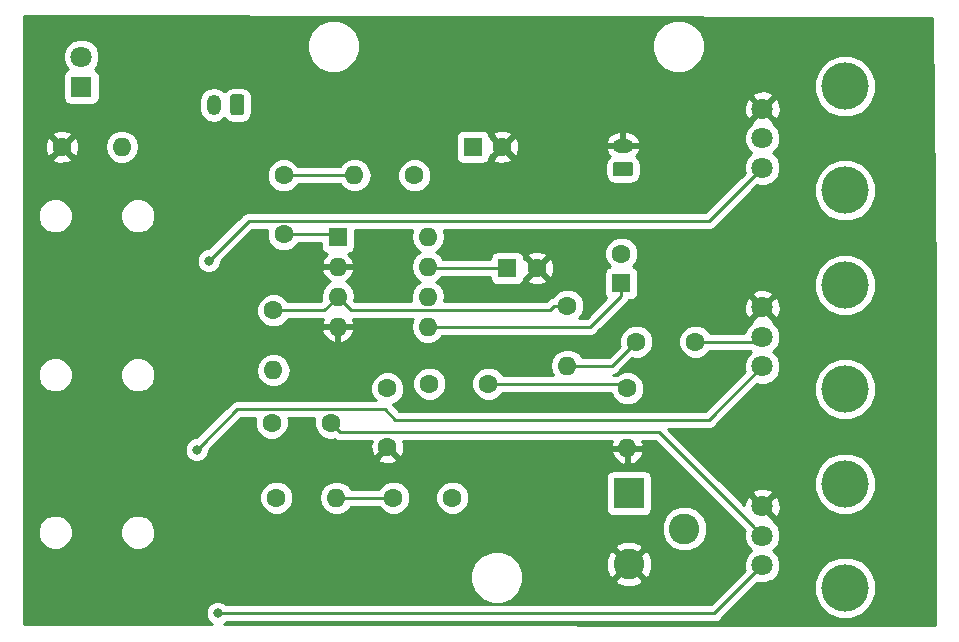
<source format=gbr>
G04 #@! TF.GenerationSoftware,KiCad,Pcbnew,(5.0.1)-rc2*
G04 #@! TF.CreationDate,2018-12-16T23:01:32-05:00*
G04 #@! TF.ProjectId,miniamp,6D696E69616D702E6B696361645F7063,rev?*
G04 #@! TF.SameCoordinates,Original*
G04 #@! TF.FileFunction,Copper,L2,Bot,Signal*
G04 #@! TF.FilePolarity,Positive*
%FSLAX46Y46*%
G04 Gerber Fmt 4.6, Leading zero omitted, Abs format (unit mm)*
G04 Created by KiCad (PCBNEW (5.0.1)-rc2) date 12/16/2018 11:01:32 PM*
%MOMM*%
%LPD*%
G01*
G04 APERTURE LIST*
G04 #@! TA.AperFunction,ComponentPad*
%ADD10R,1.800000X1.800000*%
G04 #@! TD*
G04 #@! TA.AperFunction,ComponentPad*
%ADD11C,1.800000*%
G04 #@! TD*
G04 #@! TA.AperFunction,ComponentPad*
%ADD12O,1.200000X1.750000*%
G04 #@! TD*
G04 #@! TA.AperFunction,Conductor*
%ADD13C,0.100000*%
G04 #@! TD*
G04 #@! TA.AperFunction,ComponentPad*
%ADD14C,1.200000*%
G04 #@! TD*
G04 #@! TA.AperFunction,ComponentPad*
%ADD15O,1.750000X1.200000*%
G04 #@! TD*
G04 #@! TA.AperFunction,ComponentPad*
%ADD16C,1.600000*%
G04 #@! TD*
G04 #@! TA.AperFunction,ComponentPad*
%ADD17R,1.600000X1.600000*%
G04 #@! TD*
G04 #@! TA.AperFunction,ComponentPad*
%ADD18R,2.600000X2.600000*%
G04 #@! TD*
G04 #@! TA.AperFunction,ComponentPad*
%ADD19C,2.600000*%
G04 #@! TD*
G04 #@! TA.AperFunction,ComponentPad*
%ADD20O,1.600000X1.600000*%
G04 #@! TD*
G04 #@! TA.AperFunction,WasherPad*
%ADD21C,4.000000*%
G04 #@! TD*
G04 #@! TA.AperFunction,ViaPad*
%ADD22C,0.800000*%
G04 #@! TD*
G04 #@! TA.AperFunction,Conductor*
%ADD23C,0.250000*%
G04 #@! TD*
G04 #@! TA.AperFunction,Conductor*
%ADD24C,0.254000*%
G04 #@! TD*
G04 APERTURE END LIST*
D10*
G04 #@! TO.P,D1,1*
G04 #@! TO.N,Net-(D1-Pad1)*
X127635000Y-59055000D03*
D11*
G04 #@! TO.P,D1,2*
G04 #@! TO.N,+9V*
X127635000Y-56515000D03*
G04 #@! TD*
D12*
G04 #@! TO.P,SW1,2*
G04 #@! TO.N,+9V*
X138843000Y-60579000D03*
D13*
G04 #@! TD*
G04 #@! TO.N,Net-(J4-Pad1)*
G04 #@! TO.C,SW1*
G36*
X141217505Y-59705204D02*
X141241773Y-59708804D01*
X141265572Y-59714765D01*
X141288671Y-59723030D01*
X141310850Y-59733520D01*
X141331893Y-59746132D01*
X141351599Y-59760747D01*
X141369777Y-59777223D01*
X141386253Y-59795401D01*
X141400868Y-59815107D01*
X141413480Y-59836150D01*
X141423970Y-59858329D01*
X141432235Y-59881428D01*
X141438196Y-59905227D01*
X141441796Y-59929495D01*
X141443000Y-59953999D01*
X141443000Y-61204001D01*
X141441796Y-61228505D01*
X141438196Y-61252773D01*
X141432235Y-61276572D01*
X141423970Y-61299671D01*
X141413480Y-61321850D01*
X141400868Y-61342893D01*
X141386253Y-61362599D01*
X141369777Y-61380777D01*
X141351599Y-61397253D01*
X141331893Y-61411868D01*
X141310850Y-61424480D01*
X141288671Y-61434970D01*
X141265572Y-61443235D01*
X141241773Y-61449196D01*
X141217505Y-61452796D01*
X141193001Y-61454000D01*
X140492999Y-61454000D01*
X140468495Y-61452796D01*
X140444227Y-61449196D01*
X140420428Y-61443235D01*
X140397329Y-61434970D01*
X140375150Y-61424480D01*
X140354107Y-61411868D01*
X140334401Y-61397253D01*
X140316223Y-61380777D01*
X140299747Y-61362599D01*
X140285132Y-61342893D01*
X140272520Y-61321850D01*
X140262030Y-61299671D01*
X140253765Y-61276572D01*
X140247804Y-61252773D01*
X140244204Y-61228505D01*
X140243000Y-61204001D01*
X140243000Y-59953999D01*
X140244204Y-59929495D01*
X140247804Y-59905227D01*
X140253765Y-59881428D01*
X140262030Y-59858329D01*
X140272520Y-59836150D01*
X140285132Y-59815107D01*
X140299747Y-59795401D01*
X140316223Y-59777223D01*
X140334401Y-59760747D01*
X140354107Y-59746132D01*
X140375150Y-59733520D01*
X140397329Y-59723030D01*
X140420428Y-59714765D01*
X140444227Y-59708804D01*
X140468495Y-59705204D01*
X140492999Y-59704000D01*
X141193001Y-59704000D01*
X141217505Y-59705204D01*
X141217505Y-59705204D01*
G37*
D14*
G04 #@! TO.P,SW1,1*
G04 #@! TO.N,Net-(J4-Pad1)*
X140843000Y-60579000D03*
G04 #@! TD*
D13*
G04 #@! TO.N,Net-(C8-Pad2)*
G04 #@! TO.C,LS1*
G36*
X174131505Y-65441204D02*
X174155773Y-65444804D01*
X174179572Y-65450765D01*
X174202671Y-65459030D01*
X174224850Y-65469520D01*
X174245893Y-65482132D01*
X174265599Y-65496747D01*
X174283777Y-65513223D01*
X174300253Y-65531401D01*
X174314868Y-65551107D01*
X174327480Y-65572150D01*
X174337970Y-65594329D01*
X174346235Y-65617428D01*
X174352196Y-65641227D01*
X174355796Y-65665495D01*
X174357000Y-65689999D01*
X174357000Y-66390001D01*
X174355796Y-66414505D01*
X174352196Y-66438773D01*
X174346235Y-66462572D01*
X174337970Y-66485671D01*
X174327480Y-66507850D01*
X174314868Y-66528893D01*
X174300253Y-66548599D01*
X174283777Y-66566777D01*
X174265599Y-66583253D01*
X174245893Y-66597868D01*
X174224850Y-66610480D01*
X174202671Y-66620970D01*
X174179572Y-66629235D01*
X174155773Y-66635196D01*
X174131505Y-66638796D01*
X174107001Y-66640000D01*
X172856999Y-66640000D01*
X172832495Y-66638796D01*
X172808227Y-66635196D01*
X172784428Y-66629235D01*
X172761329Y-66620970D01*
X172739150Y-66610480D01*
X172718107Y-66597868D01*
X172698401Y-66583253D01*
X172680223Y-66566777D01*
X172663747Y-66548599D01*
X172649132Y-66528893D01*
X172636520Y-66507850D01*
X172626030Y-66485671D01*
X172617765Y-66462572D01*
X172611804Y-66438773D01*
X172608204Y-66414505D01*
X172607000Y-66390001D01*
X172607000Y-65689999D01*
X172608204Y-65665495D01*
X172611804Y-65641227D01*
X172617765Y-65617428D01*
X172626030Y-65594329D01*
X172636520Y-65572150D01*
X172649132Y-65551107D01*
X172663747Y-65531401D01*
X172680223Y-65513223D01*
X172698401Y-65496747D01*
X172718107Y-65482132D01*
X172739150Y-65469520D01*
X172761329Y-65459030D01*
X172784428Y-65450765D01*
X172808227Y-65444804D01*
X172832495Y-65441204D01*
X172856999Y-65440000D01*
X174107001Y-65440000D01*
X174131505Y-65441204D01*
X174131505Y-65441204D01*
G37*
D14*
G04 #@! TD*
G04 #@! TO.P,LS1,1*
G04 #@! TO.N,Net-(C8-Pad2)*
X173482000Y-66040000D03*
D15*
G04 #@! TO.P,LS1,2*
G04 #@! TO.N,GND*
X173482000Y-64040000D03*
G04 #@! TD*
D16*
G04 #@! TO.P,C8,2*
G04 #@! TO.N,Net-(C8-Pad2)*
X173355000Y-73192000D03*
D17*
G04 #@! TO.P,C8,1*
G04 #@! TO.N,Net-(C7-Pad1)*
X173355000Y-75692000D03*
G04 #@! TD*
G04 #@! TO.P,C9,1*
G04 #@! TO.N,+9V*
X160782000Y-64135000D03*
D16*
G04 #@! TO.P,C9,2*
G04 #@! TO.N,GND*
X163282000Y-64135000D03*
G04 #@! TD*
D18*
G04 #@! TO.P,J4,1*
G04 #@! TO.N,Net-(J4-Pad1)*
X173990000Y-93472000D03*
D19*
G04 #@! TO.P,J4,2*
G04 #@! TO.N,GND*
X173990000Y-99472000D03*
G04 #@! TO.P,J4,3*
G04 #@! TO.N,N/C*
X178690000Y-96472000D03*
G04 #@! TD*
D17*
G04 #@! TO.P,C5,1*
G04 #@! TO.N,Net-(C5-Pad1)*
X163703000Y-74422000D03*
D16*
G04 #@! TO.P,C5,2*
G04 #@! TO.N,GND*
X166203000Y-74422000D03*
G04 #@! TD*
D17*
G04 #@! TO.P,U1,1*
G04 #@! TO.N,Net-(C6-Pad2)*
X149352000Y-71755000D03*
D20*
G04 #@! TO.P,U1,5*
G04 #@! TO.N,Net-(C7-Pad1)*
X156972000Y-79375000D03*
G04 #@! TO.P,U1,2*
G04 #@! TO.N,GND*
X149352000Y-74295000D03*
G04 #@! TO.P,U1,6*
G04 #@! TO.N,+9V*
X156972000Y-76835000D03*
G04 #@! TO.P,U1,3*
G04 #@! TO.N,Net-(R1-Pad1)*
X149352000Y-76835000D03*
G04 #@! TO.P,U1,7*
G04 #@! TO.N,Net-(C5-Pad1)*
X156972000Y-74295000D03*
G04 #@! TO.P,U1,4*
G04 #@! TO.N,GND*
X149352000Y-79375000D03*
G04 #@! TO.P,U1,8*
G04 #@! TO.N,Net-(R5-Pad1)*
X156972000Y-71755000D03*
G04 #@! TD*
G04 #@! TO.P,R6,2*
G04 #@! TO.N,Net-(D1-Pad1)*
X131064000Y-64135000D03*
D16*
G04 #@! TO.P,R6,1*
G04 #@! TO.N,GND*
X125984000Y-64135000D03*
G04 #@! TD*
G04 #@! TO.P,R5,1*
G04 #@! TO.N,Net-(R5-Pad1)*
X155829000Y-66548000D03*
D20*
G04 #@! TO.P,R5,2*
G04 #@! TO.N,Net-(C6-Pad1)*
X150749000Y-66548000D03*
G04 #@! TD*
G04 #@! TO.P,R3,2*
G04 #@! TO.N,Net-(C3-Pad1)*
X143891000Y-83058000D03*
D16*
G04 #@! TO.P,R3,1*
G04 #@! TO.N,Net-(R1-Pad1)*
X143891000Y-77978000D03*
G04 #@! TD*
G04 #@! TO.P,R1,1*
G04 #@! TO.N,Net-(R1-Pad1)*
X144145000Y-93853000D03*
D20*
G04 #@! TO.P,R1,2*
G04 #@! TO.N,Net-(C1-Pad1)*
X149225000Y-93853000D03*
G04 #@! TD*
G04 #@! TO.P,R2,2*
G04 #@! TO.N,Net-(C2-Pad1)*
X168783000Y-82677000D03*
D16*
G04 #@! TO.P,R2,1*
G04 #@! TO.N,Net-(R1-Pad1)*
X168783000Y-77597000D03*
G04 #@! TD*
G04 #@! TO.P,R4,1*
G04 #@! TO.N,Net-(C7-Pad2)*
X173863000Y-84582000D03*
D20*
G04 #@! TO.P,R4,2*
G04 #@! TO.N,GND*
X173863000Y-89662000D03*
G04 #@! TD*
D16*
G04 #@! TO.P,C1,2*
G04 #@! TO.N,Net-(C1-Pad2)*
X159051000Y-93853000D03*
G04 #@! TO.P,C1,1*
G04 #@! TO.N,Net-(C1-Pad1)*
X154051000Y-93853000D03*
G04 #@! TD*
G04 #@! TO.P,C2,1*
G04 #@! TO.N,Net-(C2-Pad1)*
X174625000Y-80645000D03*
G04 #@! TO.P,C2,2*
G04 #@! TO.N,Net-(C2-Pad2)*
X179625000Y-80645000D03*
G04 #@! TD*
G04 #@! TO.P,C3,2*
G04 #@! TO.N,Net-(C3-Pad2)*
X148764000Y-87503000D03*
G04 #@! TO.P,C3,1*
G04 #@! TO.N,Net-(C3-Pad1)*
X143764000Y-87503000D03*
G04 #@! TD*
G04 #@! TO.P,C4,1*
G04 #@! TO.N,+9V*
X153543000Y-84582000D03*
G04 #@! TO.P,C4,2*
G04 #@! TO.N,GND*
X153543000Y-89582000D03*
G04 #@! TD*
G04 #@! TO.P,C6,2*
G04 #@! TO.N,Net-(C6-Pad2)*
X144780000Y-71548000D03*
G04 #@! TO.P,C6,1*
G04 #@! TO.N,Net-(C6-Pad1)*
X144780000Y-66548000D03*
G04 #@! TD*
G04 #@! TO.P,C7,1*
G04 #@! TO.N,Net-(C7-Pad1)*
X157099000Y-84201000D03*
G04 #@! TO.P,C7,2*
G04 #@! TO.N,Net-(C7-Pad2)*
X162099000Y-84201000D03*
G04 #@! TD*
D11*
G04 #@! TO.P,RV1,3*
G04 #@! TO.N,GND*
X185293000Y-60913000D03*
G04 #@! TO.P,RV1,2*
G04 #@! TO.N,Net-(C1-Pad2)*
X185293000Y-63413000D03*
G04 #@! TO.P,RV1,1*
G04 #@! TO.N,Net-(J3-PadT)*
X185293000Y-65913000D03*
D21*
G04 #@! TO.P,RV1,*
G04 #@! TO.N,*
X192293000Y-59013000D03*
X192293000Y-67813000D03*
G04 #@! TD*
G04 #@! TO.P,RV2,*
G04 #@! TO.N,*
X192293000Y-84640500D03*
X192293000Y-75840500D03*
D11*
G04 #@! TO.P,RV2,1*
G04 #@! TO.N,Net-(J2-PadT)*
X185293000Y-82740500D03*
G04 #@! TO.P,RV2,2*
G04 #@! TO.N,Net-(C2-Pad2)*
X185293000Y-80240500D03*
G04 #@! TO.P,RV2,3*
G04 #@! TO.N,GND*
X185293000Y-77740500D03*
G04 #@! TD*
G04 #@! TO.P,RV3,3*
G04 #@! TO.N,GND*
X185293000Y-94568000D03*
G04 #@! TO.P,RV3,2*
G04 #@! TO.N,Net-(C3-Pad2)*
X185293000Y-97068000D03*
G04 #@! TO.P,RV3,1*
G04 #@! TO.N,Net-(J1-PadT)*
X185293000Y-99568000D03*
D21*
G04 #@! TO.P,RV3,*
G04 #@! TO.N,*
X192293000Y-92668000D03*
X192293000Y-101468000D03*
G04 #@! TD*
D22*
G04 #@! TO.N,GND*
X127000000Y-74168000D03*
X126619000Y-87757000D03*
X126873000Y-101092000D03*
G04 #@! TO.N,Net-(J2-PadT)*
X137414000Y-89789000D03*
G04 #@! TO.N,Net-(J1-PadT)*
X139192000Y-103632000D03*
G04 #@! TO.N,Net-(J3-PadT)*
X138430000Y-73787000D03*
G04 #@! TD*
D23*
G04 #@! TO.N,Net-(R1-Pad1)*
X148209000Y-77978000D02*
X149352000Y-76835000D01*
X143891000Y-77978000D02*
X148209000Y-77978000D01*
X167651630Y-77597000D02*
X168783000Y-77597000D01*
X167288629Y-77960001D02*
X167651630Y-77597000D01*
X150477001Y-77960001D02*
X167288629Y-77960001D01*
X149352000Y-76835000D02*
X150477001Y-77960001D01*
G04 #@! TO.N,Net-(C2-Pad1)*
X172593000Y-82677000D02*
X174625000Y-80645000D01*
X168783000Y-82677000D02*
X172593000Y-82677000D01*
G04 #@! TO.N,Net-(C1-Pad1)*
X150356370Y-93853000D02*
X154051000Y-93853000D01*
X149225000Y-93853000D02*
X150356370Y-93853000D01*
G04 #@! TO.N,Net-(C6-Pad1)*
X145911370Y-66548000D02*
X150749000Y-66548000D01*
X144780000Y-66548000D02*
X145911370Y-66548000D01*
G04 #@! TO.N,Net-(C7-Pad2)*
X173482000Y-84201000D02*
X173863000Y-84582000D01*
X162099000Y-84201000D02*
X173482000Y-84201000D01*
G04 #@! TO.N,Net-(C2-Pad2)*
X184888500Y-80645000D02*
X185293000Y-80240500D01*
X179625000Y-80645000D02*
X184888500Y-80645000D01*
G04 #@! TO.N,Net-(J2-PadT)*
X185293000Y-82740500D02*
X180784500Y-87249000D01*
X137414000Y-89789000D02*
X137414000Y-89789000D01*
X137813999Y-89389001D02*
X137414000Y-89789000D01*
X140825001Y-86377999D02*
X137813999Y-89389001D01*
X153339997Y-86377999D02*
X140825001Y-86377999D01*
X154210998Y-87249000D02*
X153339997Y-86377999D01*
X180784500Y-87249000D02*
X154210998Y-87249000D01*
G04 #@! TO.N,Net-(J1-PadT)*
X185293000Y-99568000D02*
X181229000Y-103632000D01*
X181229000Y-103632000D02*
X139192000Y-103632000D01*
X139192000Y-103632000D02*
X139192000Y-103632000D01*
G04 #@! TO.N,Net-(C3-Pad2)*
X184393001Y-96168001D02*
X185293000Y-97068000D01*
X176527999Y-88302999D02*
X184393001Y-96168001D01*
X149563999Y-88302999D02*
X176527999Y-88302999D01*
X148764000Y-87503000D02*
X149563999Y-88302999D01*
G04 #@! TO.N,Net-(J3-PadT)*
X180783001Y-70422999D02*
X141794001Y-70422999D01*
X185293000Y-65913000D02*
X180783001Y-70422999D01*
X141794001Y-70422999D02*
X138430000Y-73787000D01*
X138430000Y-73787000D02*
X138430000Y-73787000D01*
G04 #@! TO.N,Net-(C6-Pad2)*
X149145000Y-71548000D02*
X149352000Y-71755000D01*
X144780000Y-71548000D02*
X149145000Y-71548000D01*
G04 #@! TO.N,Net-(C7-Pad1)*
X173355000Y-76742000D02*
X173355000Y-75692000D01*
X170722000Y-79375000D02*
X173355000Y-76742000D01*
X156972000Y-79375000D02*
X170722000Y-79375000D01*
G04 #@! TO.N,Net-(C5-Pad1)*
X157099000Y-74422000D02*
X156972000Y-74295000D01*
X163703000Y-74422000D02*
X157099000Y-74422000D01*
G04 #@! TD*
D24*
G04 #@! TO.N,GND*
G36*
X199645548Y-53212794D02*
X199925000Y-75960207D01*
X199925001Y-104647214D01*
X139683284Y-104548779D01*
X139778280Y-104509431D01*
X139895711Y-104392000D01*
X181154153Y-104392000D01*
X181229000Y-104406888D01*
X181303847Y-104392000D01*
X181303852Y-104392000D01*
X181525537Y-104347904D01*
X181776929Y-104179929D01*
X181819331Y-104116470D01*
X184878162Y-101057640D01*
X184987670Y-101103000D01*
X185598330Y-101103000D01*
X185982513Y-100943866D01*
X189658000Y-100943866D01*
X189658000Y-101992134D01*
X190059155Y-102960608D01*
X190800392Y-103701845D01*
X191768866Y-104103000D01*
X192817134Y-104103000D01*
X193785608Y-103701845D01*
X194526845Y-102960608D01*
X194928000Y-101992134D01*
X194928000Y-100943866D01*
X194526845Y-99975392D01*
X193785608Y-99234155D01*
X192817134Y-98833000D01*
X191768866Y-98833000D01*
X190800392Y-99234155D01*
X190059155Y-99975392D01*
X189658000Y-100943866D01*
X185982513Y-100943866D01*
X186162507Y-100869310D01*
X186594310Y-100437507D01*
X186828000Y-99873330D01*
X186828000Y-99262670D01*
X186594310Y-98698493D01*
X186213817Y-98318000D01*
X186594310Y-97937507D01*
X186828000Y-97373330D01*
X186828000Y-96762670D01*
X186594310Y-96198493D01*
X186162507Y-95766690D01*
X186154710Y-95763461D01*
X186193554Y-95648159D01*
X185293000Y-94747605D01*
X185278858Y-94761748D01*
X185099253Y-94582143D01*
X185113395Y-94568000D01*
X185472605Y-94568000D01*
X186373159Y-95468554D01*
X186629643Y-95382148D01*
X186839458Y-94808664D01*
X186813839Y-94198540D01*
X186629643Y-93753852D01*
X186373159Y-93667446D01*
X185472605Y-94568000D01*
X185113395Y-94568000D01*
X184212841Y-93667446D01*
X183956357Y-93753852D01*
X183746542Y-94327336D01*
X183751775Y-94451973D01*
X182787643Y-93487841D01*
X184392446Y-93487841D01*
X185293000Y-94388395D01*
X186193554Y-93487841D01*
X186107148Y-93231357D01*
X185533664Y-93021542D01*
X184923540Y-93047161D01*
X184478852Y-93231357D01*
X184392446Y-93487841D01*
X182787643Y-93487841D01*
X181443668Y-92143866D01*
X189658000Y-92143866D01*
X189658000Y-93192134D01*
X190059155Y-94160608D01*
X190800392Y-94901845D01*
X191768866Y-95303000D01*
X192817134Y-95303000D01*
X193785608Y-94901845D01*
X194526845Y-94160608D01*
X194928000Y-93192134D01*
X194928000Y-92143866D01*
X194526845Y-91175392D01*
X193785608Y-90434155D01*
X192817134Y-90033000D01*
X191768866Y-90033000D01*
X190800392Y-90434155D01*
X190059155Y-91175392D01*
X189658000Y-92143866D01*
X181443668Y-92143866D01*
X177308801Y-88009000D01*
X180709653Y-88009000D01*
X180784500Y-88023888D01*
X180859347Y-88009000D01*
X180859352Y-88009000D01*
X181081037Y-87964904D01*
X181332429Y-87796929D01*
X181374831Y-87733470D01*
X184878162Y-84230140D01*
X184987670Y-84275500D01*
X185598330Y-84275500D01*
X185982513Y-84116366D01*
X189658000Y-84116366D01*
X189658000Y-85164634D01*
X190059155Y-86133108D01*
X190800392Y-86874345D01*
X191768866Y-87275500D01*
X192817134Y-87275500D01*
X193785608Y-86874345D01*
X194526845Y-86133108D01*
X194928000Y-85164634D01*
X194928000Y-84116366D01*
X194526845Y-83147892D01*
X193785608Y-82406655D01*
X192817134Y-82005500D01*
X191768866Y-82005500D01*
X190800392Y-82406655D01*
X190059155Y-83147892D01*
X189658000Y-84116366D01*
X185982513Y-84116366D01*
X186162507Y-84041810D01*
X186594310Y-83610007D01*
X186828000Y-83045830D01*
X186828000Y-82435170D01*
X186594310Y-81870993D01*
X186213817Y-81490500D01*
X186594310Y-81110007D01*
X186828000Y-80545830D01*
X186828000Y-79935170D01*
X186594310Y-79370993D01*
X186162507Y-78939190D01*
X186154710Y-78935961D01*
X186193554Y-78820659D01*
X185293000Y-77920105D01*
X184392446Y-78820659D01*
X184431290Y-78935961D01*
X184423493Y-78939190D01*
X183991690Y-79370993D01*
X183778781Y-79885000D01*
X180863430Y-79885000D01*
X180841534Y-79832138D01*
X180437862Y-79428466D01*
X179910439Y-79210000D01*
X179339561Y-79210000D01*
X178812138Y-79428466D01*
X178408466Y-79832138D01*
X178190000Y-80359561D01*
X178190000Y-80930439D01*
X178408466Y-81457862D01*
X178812138Y-81861534D01*
X179339561Y-82080000D01*
X179910439Y-82080000D01*
X180437862Y-81861534D01*
X180841534Y-81457862D01*
X180863430Y-81405000D01*
X184286683Y-81405000D01*
X184372183Y-81490500D01*
X183991690Y-81870993D01*
X183758000Y-82435170D01*
X183758000Y-83045830D01*
X183803360Y-83155338D01*
X180469699Y-86489000D01*
X154525800Y-86489000D01*
X153987793Y-85950993D01*
X154355862Y-85798534D01*
X154759534Y-85394862D01*
X154978000Y-84867439D01*
X154978000Y-84296561D01*
X154820185Y-83915561D01*
X155664000Y-83915561D01*
X155664000Y-84486439D01*
X155882466Y-85013862D01*
X156286138Y-85417534D01*
X156813561Y-85636000D01*
X157384439Y-85636000D01*
X157911862Y-85417534D01*
X158315534Y-85013862D01*
X158534000Y-84486439D01*
X158534000Y-83915561D01*
X160664000Y-83915561D01*
X160664000Y-84486439D01*
X160882466Y-85013862D01*
X161286138Y-85417534D01*
X161813561Y-85636000D01*
X162384439Y-85636000D01*
X162911862Y-85417534D01*
X163315534Y-85013862D01*
X163337430Y-84961000D01*
X172466754Y-84961000D01*
X172646466Y-85394862D01*
X173050138Y-85798534D01*
X173577561Y-86017000D01*
X174148439Y-86017000D01*
X174675862Y-85798534D01*
X175079534Y-85394862D01*
X175298000Y-84867439D01*
X175298000Y-84296561D01*
X175079534Y-83769138D01*
X174675862Y-83365466D01*
X174148439Y-83147000D01*
X173577561Y-83147000D01*
X173050138Y-83365466D01*
X172974604Y-83441000D01*
X172647738Y-83441000D01*
X172667847Y-83437000D01*
X172667852Y-83437000D01*
X172889537Y-83392904D01*
X173140929Y-83224929D01*
X173183331Y-83161470D01*
X174286698Y-82058103D01*
X174339561Y-82080000D01*
X174910439Y-82080000D01*
X175437862Y-81861534D01*
X175841534Y-81457862D01*
X176060000Y-80930439D01*
X176060000Y-80359561D01*
X175841534Y-79832138D01*
X175437862Y-79428466D01*
X174910439Y-79210000D01*
X174339561Y-79210000D01*
X173812138Y-79428466D01*
X173408466Y-79832138D01*
X173190000Y-80359561D01*
X173190000Y-80930439D01*
X173211897Y-80983302D01*
X172278199Y-81917000D01*
X170001043Y-81917000D01*
X169817577Y-81642423D01*
X169342909Y-81325260D01*
X168924333Y-81242000D01*
X168641667Y-81242000D01*
X168223091Y-81325260D01*
X167748423Y-81642423D01*
X167431260Y-82117091D01*
X167319887Y-82677000D01*
X167431260Y-83236909D01*
X167567629Y-83441000D01*
X163337430Y-83441000D01*
X163315534Y-83388138D01*
X162911862Y-82984466D01*
X162384439Y-82766000D01*
X161813561Y-82766000D01*
X161286138Y-82984466D01*
X160882466Y-83388138D01*
X160664000Y-83915561D01*
X158534000Y-83915561D01*
X158315534Y-83388138D01*
X157911862Y-82984466D01*
X157384439Y-82766000D01*
X156813561Y-82766000D01*
X156286138Y-82984466D01*
X155882466Y-83388138D01*
X155664000Y-83915561D01*
X154820185Y-83915561D01*
X154759534Y-83769138D01*
X154355862Y-83365466D01*
X153828439Y-83147000D01*
X153257561Y-83147000D01*
X152730138Y-83365466D01*
X152326466Y-83769138D01*
X152108000Y-84296561D01*
X152108000Y-84867439D01*
X152326466Y-85394862D01*
X152549603Y-85617999D01*
X140899848Y-85617999D01*
X140825001Y-85603111D01*
X140750154Y-85617999D01*
X140750149Y-85617999D01*
X140528464Y-85662095D01*
X140277072Y-85830070D01*
X140234672Y-85893526D01*
X137374199Y-88754000D01*
X137208126Y-88754000D01*
X136827720Y-88911569D01*
X136536569Y-89202720D01*
X136379000Y-89583126D01*
X136379000Y-89994874D01*
X136536569Y-90375280D01*
X136827720Y-90666431D01*
X137208126Y-90824000D01*
X137619874Y-90824000D01*
X138000280Y-90666431D01*
X138076966Y-90589745D01*
X152714861Y-90589745D01*
X152788995Y-90835864D01*
X153326223Y-91028965D01*
X153896454Y-91001778D01*
X154297005Y-90835864D01*
X154371139Y-90589745D01*
X153543000Y-89761605D01*
X152714861Y-90589745D01*
X138076966Y-90589745D01*
X138291431Y-90375280D01*
X138449000Y-89994874D01*
X138449000Y-89828801D01*
X141139803Y-87137999D01*
X142361956Y-87137999D01*
X142329000Y-87217561D01*
X142329000Y-87788439D01*
X142547466Y-88315862D01*
X142951138Y-88719534D01*
X143478561Y-88938000D01*
X144049439Y-88938000D01*
X144576862Y-88719534D01*
X144980534Y-88315862D01*
X145199000Y-87788439D01*
X145199000Y-87217561D01*
X145166044Y-87137999D01*
X147361956Y-87137999D01*
X147329000Y-87217561D01*
X147329000Y-87788439D01*
X147547466Y-88315862D01*
X147951138Y-88719534D01*
X148478561Y-88938000D01*
X149049439Y-88938000D01*
X149109283Y-88913212D01*
X149146382Y-88938000D01*
X149267462Y-89018903D01*
X149489147Y-89062999D01*
X149489151Y-89062999D01*
X149563998Y-89077887D01*
X149638845Y-89062999D01*
X152204666Y-89062999D01*
X152096035Y-89365223D01*
X152123222Y-89935454D01*
X152289136Y-90336005D01*
X152535255Y-90410139D01*
X153363395Y-89582000D01*
X153349252Y-89567858D01*
X153528858Y-89388253D01*
X153543000Y-89402395D01*
X153557143Y-89388253D01*
X153736748Y-89567858D01*
X153722605Y-89582000D01*
X154550745Y-90410139D01*
X154796864Y-90336005D01*
X154913668Y-90011041D01*
X172471086Y-90011041D01*
X172710611Y-90517134D01*
X173125577Y-90893041D01*
X173513961Y-91053904D01*
X173736000Y-90931915D01*
X173736000Y-89789000D01*
X173990000Y-89789000D01*
X173990000Y-90931915D01*
X174212039Y-91053904D01*
X174600423Y-90893041D01*
X175015389Y-90517134D01*
X175254914Y-90011041D01*
X175133629Y-89789000D01*
X173990000Y-89789000D01*
X173736000Y-89789000D01*
X172592371Y-89789000D01*
X172471086Y-90011041D01*
X154913668Y-90011041D01*
X154989965Y-89798777D01*
X154962778Y-89228546D01*
X154894206Y-89062999D01*
X172589388Y-89062999D01*
X172471086Y-89312959D01*
X172592371Y-89535000D01*
X173736000Y-89535000D01*
X173736000Y-89515000D01*
X173990000Y-89515000D01*
X173990000Y-89535000D01*
X175133629Y-89535000D01*
X175254914Y-89312959D01*
X175136612Y-89062999D01*
X176213198Y-89062999D01*
X183803360Y-96653163D01*
X183758000Y-96762670D01*
X183758000Y-97373330D01*
X183991690Y-97937507D01*
X184372183Y-98318000D01*
X183991690Y-98698493D01*
X183758000Y-99262670D01*
X183758000Y-99873330D01*
X183803360Y-99982838D01*
X180914199Y-102872000D01*
X139895711Y-102872000D01*
X139778280Y-102754569D01*
X139397874Y-102597000D01*
X138986126Y-102597000D01*
X138605720Y-102754569D01*
X138314569Y-103045720D01*
X138157000Y-103426126D01*
X138157000Y-103837874D01*
X138314569Y-104218280D01*
X138605720Y-104509431D01*
X138696824Y-104547168D01*
X122809000Y-104521207D01*
X122809000Y-100139431D01*
X160579000Y-100139431D01*
X160579000Y-101028569D01*
X160919259Y-101850026D01*
X161547974Y-102478741D01*
X162369431Y-102819000D01*
X163258569Y-102819000D01*
X164080026Y-102478741D01*
X164708741Y-101850026D01*
X165049000Y-101028569D01*
X165049000Y-100841459D01*
X172800146Y-100841459D01*
X172935504Y-101139455D01*
X173653880Y-101416066D01*
X174423427Y-101396710D01*
X175044496Y-101139455D01*
X175179854Y-100841459D01*
X173990000Y-99651605D01*
X172800146Y-100841459D01*
X165049000Y-100841459D01*
X165049000Y-100139431D01*
X164708741Y-99317974D01*
X164526647Y-99135880D01*
X172045934Y-99135880D01*
X172065290Y-99905427D01*
X172322545Y-100526496D01*
X172620541Y-100661854D01*
X173810395Y-99472000D01*
X174169605Y-99472000D01*
X175359459Y-100661854D01*
X175657455Y-100526496D01*
X175934066Y-99808120D01*
X175914710Y-99038573D01*
X175657455Y-98417504D01*
X175359459Y-98282146D01*
X174169605Y-99472000D01*
X173810395Y-99472000D01*
X172620541Y-98282146D01*
X172322545Y-98417504D01*
X172045934Y-99135880D01*
X164526647Y-99135880D01*
X164080026Y-98689259D01*
X163258569Y-98349000D01*
X162369431Y-98349000D01*
X161547974Y-98689259D01*
X160919259Y-99317974D01*
X160579000Y-100139431D01*
X122809000Y-100139431D01*
X122809000Y-96478615D01*
X123924000Y-96478615D01*
X123924000Y-97069385D01*
X124150078Y-97615185D01*
X124567815Y-98032922D01*
X125113615Y-98259000D01*
X125704385Y-98259000D01*
X126250185Y-98032922D01*
X126667922Y-97615185D01*
X126894000Y-97069385D01*
X126894000Y-96478615D01*
X130924000Y-96478615D01*
X130924000Y-97069385D01*
X131150078Y-97615185D01*
X131567815Y-98032922D01*
X132113615Y-98259000D01*
X132704385Y-98259000D01*
X133082110Y-98102541D01*
X172800146Y-98102541D01*
X173990000Y-99292395D01*
X175179854Y-98102541D01*
X175044496Y-97804545D01*
X174326120Y-97527934D01*
X173556573Y-97547290D01*
X172935504Y-97804545D01*
X172800146Y-98102541D01*
X133082110Y-98102541D01*
X133250185Y-98032922D01*
X133667922Y-97615185D01*
X133894000Y-97069385D01*
X133894000Y-96478615D01*
X133731832Y-96087105D01*
X176755000Y-96087105D01*
X176755000Y-96856895D01*
X177049586Y-97568090D01*
X177593910Y-98112414D01*
X178305105Y-98407000D01*
X179074895Y-98407000D01*
X179786090Y-98112414D01*
X180330414Y-97568090D01*
X180625000Y-96856895D01*
X180625000Y-96087105D01*
X180330414Y-95375910D01*
X179786090Y-94831586D01*
X179074895Y-94537000D01*
X178305105Y-94537000D01*
X177593910Y-94831586D01*
X177049586Y-95375910D01*
X176755000Y-96087105D01*
X133731832Y-96087105D01*
X133667922Y-95932815D01*
X133250185Y-95515078D01*
X132704385Y-95289000D01*
X132113615Y-95289000D01*
X131567815Y-95515078D01*
X131150078Y-95932815D01*
X130924000Y-96478615D01*
X126894000Y-96478615D01*
X126667922Y-95932815D01*
X126250185Y-95515078D01*
X125704385Y-95289000D01*
X125113615Y-95289000D01*
X124567815Y-95515078D01*
X124150078Y-95932815D01*
X123924000Y-96478615D01*
X122809000Y-96478615D01*
X122809000Y-93567561D01*
X142710000Y-93567561D01*
X142710000Y-94138439D01*
X142928466Y-94665862D01*
X143332138Y-95069534D01*
X143859561Y-95288000D01*
X144430439Y-95288000D01*
X144957862Y-95069534D01*
X145361534Y-94665862D01*
X145580000Y-94138439D01*
X145580000Y-93853000D01*
X147761887Y-93853000D01*
X147873260Y-94412909D01*
X148190423Y-94887577D01*
X148665091Y-95204740D01*
X149083667Y-95288000D01*
X149366333Y-95288000D01*
X149784909Y-95204740D01*
X150259577Y-94887577D01*
X150443043Y-94613000D01*
X152812570Y-94613000D01*
X152834466Y-94665862D01*
X153238138Y-95069534D01*
X153765561Y-95288000D01*
X154336439Y-95288000D01*
X154863862Y-95069534D01*
X155267534Y-94665862D01*
X155486000Y-94138439D01*
X155486000Y-93567561D01*
X157616000Y-93567561D01*
X157616000Y-94138439D01*
X157834466Y-94665862D01*
X158238138Y-95069534D01*
X158765561Y-95288000D01*
X159336439Y-95288000D01*
X159863862Y-95069534D01*
X160267534Y-94665862D01*
X160486000Y-94138439D01*
X160486000Y-93567561D01*
X160267534Y-93040138D01*
X159863862Y-92636466D01*
X159336439Y-92418000D01*
X158765561Y-92418000D01*
X158238138Y-92636466D01*
X157834466Y-93040138D01*
X157616000Y-93567561D01*
X155486000Y-93567561D01*
X155267534Y-93040138D01*
X154863862Y-92636466D01*
X154336439Y-92418000D01*
X153765561Y-92418000D01*
X153238138Y-92636466D01*
X152834466Y-93040138D01*
X152812570Y-93093000D01*
X150443043Y-93093000D01*
X150259577Y-92818423D01*
X149784909Y-92501260D01*
X149366333Y-92418000D01*
X149083667Y-92418000D01*
X148665091Y-92501260D01*
X148190423Y-92818423D01*
X147873260Y-93293091D01*
X147761887Y-93853000D01*
X145580000Y-93853000D01*
X145580000Y-93567561D01*
X145361534Y-93040138D01*
X144957862Y-92636466D01*
X144430439Y-92418000D01*
X143859561Y-92418000D01*
X143332138Y-92636466D01*
X142928466Y-93040138D01*
X142710000Y-93567561D01*
X122809000Y-93567561D01*
X122809000Y-92172000D01*
X172042560Y-92172000D01*
X172042560Y-94772000D01*
X172091843Y-95019765D01*
X172232191Y-95229809D01*
X172442235Y-95370157D01*
X172690000Y-95419440D01*
X175290000Y-95419440D01*
X175537765Y-95370157D01*
X175747809Y-95229809D01*
X175888157Y-95019765D01*
X175937440Y-94772000D01*
X175937440Y-92172000D01*
X175888157Y-91924235D01*
X175747809Y-91714191D01*
X175537765Y-91573843D01*
X175290000Y-91524560D01*
X172690000Y-91524560D01*
X172442235Y-91573843D01*
X172232191Y-91714191D01*
X172091843Y-91924235D01*
X172042560Y-92172000D01*
X122809000Y-92172000D01*
X122809000Y-83143615D01*
X123924000Y-83143615D01*
X123924000Y-83734385D01*
X124150078Y-84280185D01*
X124567815Y-84697922D01*
X125113615Y-84924000D01*
X125704385Y-84924000D01*
X126250185Y-84697922D01*
X126667922Y-84280185D01*
X126894000Y-83734385D01*
X126894000Y-83143615D01*
X130924000Y-83143615D01*
X130924000Y-83734385D01*
X131150078Y-84280185D01*
X131567815Y-84697922D01*
X132113615Y-84924000D01*
X132704385Y-84924000D01*
X133250185Y-84697922D01*
X133667922Y-84280185D01*
X133894000Y-83734385D01*
X133894000Y-83143615D01*
X133858538Y-83058000D01*
X142427887Y-83058000D01*
X142539260Y-83617909D01*
X142856423Y-84092577D01*
X143331091Y-84409740D01*
X143749667Y-84493000D01*
X144032333Y-84493000D01*
X144450909Y-84409740D01*
X144925577Y-84092577D01*
X145242740Y-83617909D01*
X145354113Y-83058000D01*
X145242740Y-82498091D01*
X144925577Y-82023423D01*
X144450909Y-81706260D01*
X144032333Y-81623000D01*
X143749667Y-81623000D01*
X143331091Y-81706260D01*
X142856423Y-82023423D01*
X142539260Y-82498091D01*
X142427887Y-83058000D01*
X133858538Y-83058000D01*
X133667922Y-82597815D01*
X133250185Y-82180078D01*
X132704385Y-81954000D01*
X132113615Y-81954000D01*
X131567815Y-82180078D01*
X131150078Y-82597815D01*
X130924000Y-83143615D01*
X126894000Y-83143615D01*
X126667922Y-82597815D01*
X126250185Y-82180078D01*
X125704385Y-81954000D01*
X125113615Y-81954000D01*
X124567815Y-82180078D01*
X124150078Y-82597815D01*
X123924000Y-83143615D01*
X122809000Y-83143615D01*
X122809000Y-79724039D01*
X147960096Y-79724039D01*
X148120959Y-80112423D01*
X148496866Y-80527389D01*
X149002959Y-80766914D01*
X149225000Y-80645629D01*
X149225000Y-79502000D01*
X149479000Y-79502000D01*
X149479000Y-80645629D01*
X149701041Y-80766914D01*
X150207134Y-80527389D01*
X150583041Y-80112423D01*
X150743904Y-79724039D01*
X150621915Y-79502000D01*
X149479000Y-79502000D01*
X149225000Y-79502000D01*
X148082085Y-79502000D01*
X147960096Y-79724039D01*
X122809000Y-79724039D01*
X122809000Y-73581126D01*
X137395000Y-73581126D01*
X137395000Y-73992874D01*
X137552569Y-74373280D01*
X137843720Y-74664431D01*
X138224126Y-74822000D01*
X138635874Y-74822000D01*
X139016280Y-74664431D01*
X139307431Y-74373280D01*
X139465000Y-73992874D01*
X139465000Y-73826801D01*
X142108803Y-71182999D01*
X143377956Y-71182999D01*
X143345000Y-71262561D01*
X143345000Y-71833439D01*
X143563466Y-72360862D01*
X143967138Y-72764534D01*
X144494561Y-72983000D01*
X145065439Y-72983000D01*
X145592862Y-72764534D01*
X145996534Y-72360862D01*
X146018430Y-72308000D01*
X147904560Y-72308000D01*
X147904560Y-72555000D01*
X147953843Y-72802765D01*
X148094191Y-73012809D01*
X148304235Y-73153157D01*
X148459361Y-73184013D01*
X148120959Y-73557577D01*
X147960096Y-73945961D01*
X148082085Y-74168000D01*
X149225000Y-74168000D01*
X149225000Y-74148000D01*
X149479000Y-74148000D01*
X149479000Y-74168000D01*
X150621915Y-74168000D01*
X150743904Y-73945961D01*
X150583041Y-73557577D01*
X150244639Y-73184013D01*
X150399765Y-73153157D01*
X150609809Y-73012809D01*
X150750157Y-72802765D01*
X150799440Y-72555000D01*
X150799440Y-71182999D01*
X155628340Y-71182999D01*
X155620260Y-71195091D01*
X155508887Y-71755000D01*
X155620260Y-72314909D01*
X155937423Y-72789577D01*
X156289758Y-73025000D01*
X155937423Y-73260423D01*
X155620260Y-73735091D01*
X155508887Y-74295000D01*
X155620260Y-74854909D01*
X155937423Y-75329577D01*
X156289758Y-75565000D01*
X155937423Y-75800423D01*
X155620260Y-76275091D01*
X155508887Y-76835000D01*
X155581490Y-77200001D01*
X150791803Y-77200001D01*
X150750688Y-77158886D01*
X150815113Y-76835000D01*
X150703740Y-76275091D01*
X150386577Y-75800423D01*
X150002892Y-75544053D01*
X150207134Y-75447389D01*
X150583041Y-75032423D01*
X150743904Y-74644039D01*
X150621915Y-74422000D01*
X149479000Y-74422000D01*
X149479000Y-74442000D01*
X149225000Y-74442000D01*
X149225000Y-74422000D01*
X148082085Y-74422000D01*
X147960096Y-74644039D01*
X148120959Y-75032423D01*
X148496866Y-75447389D01*
X148701108Y-75544053D01*
X148317423Y-75800423D01*
X148000260Y-76275091D01*
X147888887Y-76835000D01*
X147953312Y-77158887D01*
X147894199Y-77218000D01*
X145129430Y-77218000D01*
X145107534Y-77165138D01*
X144703862Y-76761466D01*
X144176439Y-76543000D01*
X143605561Y-76543000D01*
X143078138Y-76761466D01*
X142674466Y-77165138D01*
X142456000Y-77692561D01*
X142456000Y-78263439D01*
X142674466Y-78790862D01*
X143078138Y-79194534D01*
X143605561Y-79413000D01*
X144176439Y-79413000D01*
X144703862Y-79194534D01*
X145107534Y-78790862D01*
X145129430Y-78738000D01*
X148079365Y-78738000D01*
X147960096Y-79025961D01*
X148082085Y-79248000D01*
X149225000Y-79248000D01*
X149225000Y-79228000D01*
X149479000Y-79228000D01*
X149479000Y-79248000D01*
X150621915Y-79248000D01*
X150743904Y-79025961D01*
X150617180Y-78720001D01*
X155683797Y-78720001D01*
X155620260Y-78815091D01*
X155508887Y-79375000D01*
X155620260Y-79934909D01*
X155937423Y-80409577D01*
X156412091Y-80726740D01*
X156830667Y-80810000D01*
X157113333Y-80810000D01*
X157531909Y-80726740D01*
X158006577Y-80409577D01*
X158190043Y-80135000D01*
X170647153Y-80135000D01*
X170722000Y-80149888D01*
X170796847Y-80135000D01*
X170796852Y-80135000D01*
X171018537Y-80090904D01*
X171269929Y-79922929D01*
X171312331Y-79859470D01*
X173671966Y-77499836D01*
X183746542Y-77499836D01*
X183772161Y-78109960D01*
X183956357Y-78554648D01*
X184212841Y-78641054D01*
X185113395Y-77740500D01*
X185472605Y-77740500D01*
X186373159Y-78641054D01*
X186629643Y-78554648D01*
X186839458Y-77981164D01*
X186813839Y-77371040D01*
X186629643Y-76926352D01*
X186373159Y-76839946D01*
X185472605Y-77740500D01*
X185113395Y-77740500D01*
X184212841Y-76839946D01*
X183956357Y-76926352D01*
X183746542Y-77499836D01*
X173671966Y-77499836D01*
X173839476Y-77332327D01*
X173902929Y-77289929D01*
X173945327Y-77226476D01*
X173945329Y-77226474D01*
X174003483Y-77139440D01*
X174155000Y-77139440D01*
X174402765Y-77090157D01*
X174612809Y-76949809D01*
X174753157Y-76739765D01*
X174768955Y-76660341D01*
X184392446Y-76660341D01*
X185293000Y-77560895D01*
X186193554Y-76660341D01*
X186107148Y-76403857D01*
X185533664Y-76194042D01*
X184923540Y-76219661D01*
X184478852Y-76403857D01*
X184392446Y-76660341D01*
X174768955Y-76660341D01*
X174802440Y-76492000D01*
X174802440Y-75316366D01*
X189658000Y-75316366D01*
X189658000Y-76364634D01*
X190059155Y-77333108D01*
X190800392Y-78074345D01*
X191768866Y-78475500D01*
X192817134Y-78475500D01*
X193785608Y-78074345D01*
X194526845Y-77333108D01*
X194928000Y-76364634D01*
X194928000Y-75316366D01*
X194526845Y-74347892D01*
X193785608Y-73606655D01*
X192817134Y-73205500D01*
X191768866Y-73205500D01*
X190800392Y-73606655D01*
X190059155Y-74347892D01*
X189658000Y-75316366D01*
X174802440Y-75316366D01*
X174802440Y-74892000D01*
X174753157Y-74644235D01*
X174612809Y-74434191D01*
X174402765Y-74293843D01*
X174302497Y-74273899D01*
X174571534Y-74004862D01*
X174790000Y-73477439D01*
X174790000Y-72906561D01*
X174571534Y-72379138D01*
X174167862Y-71975466D01*
X173640439Y-71757000D01*
X173069561Y-71757000D01*
X172542138Y-71975466D01*
X172138466Y-72379138D01*
X171920000Y-72906561D01*
X171920000Y-73477439D01*
X172138466Y-74004862D01*
X172407503Y-74273899D01*
X172307235Y-74293843D01*
X172097191Y-74434191D01*
X171956843Y-74644235D01*
X171907560Y-74892000D01*
X171907560Y-76492000D01*
X171956843Y-76739765D01*
X172087256Y-76934941D01*
X170407199Y-78615000D01*
X169794396Y-78615000D01*
X169999534Y-78409862D01*
X170218000Y-77882439D01*
X170218000Y-77311561D01*
X169999534Y-76784138D01*
X169595862Y-76380466D01*
X169068439Y-76162000D01*
X168497561Y-76162000D01*
X167970138Y-76380466D01*
X167566466Y-76784138D01*
X167541678Y-76843982D01*
X167355093Y-76881096D01*
X167103701Y-77049071D01*
X167061299Y-77112530D01*
X166973828Y-77200001D01*
X158362510Y-77200001D01*
X158435113Y-76835000D01*
X158323740Y-76275091D01*
X158006577Y-75800423D01*
X157654242Y-75565000D01*
X158006577Y-75329577D01*
X158105185Y-75182000D01*
X162255560Y-75182000D01*
X162255560Y-75222000D01*
X162304843Y-75469765D01*
X162445191Y-75679809D01*
X162655235Y-75820157D01*
X162903000Y-75869440D01*
X164503000Y-75869440D01*
X164750765Y-75820157D01*
X164960809Y-75679809D01*
X165101157Y-75469765D01*
X165109117Y-75429745D01*
X165374861Y-75429745D01*
X165448995Y-75675864D01*
X165986223Y-75868965D01*
X166556454Y-75841778D01*
X166957005Y-75675864D01*
X167031139Y-75429745D01*
X166203000Y-74601605D01*
X165374861Y-75429745D01*
X165109117Y-75429745D01*
X165147693Y-75235813D01*
X165195255Y-75250139D01*
X166023395Y-74422000D01*
X166382605Y-74422000D01*
X167210745Y-75250139D01*
X167456864Y-75176005D01*
X167649965Y-74638777D01*
X167622778Y-74068546D01*
X167456864Y-73667995D01*
X167210745Y-73593861D01*
X166382605Y-74422000D01*
X166023395Y-74422000D01*
X165195255Y-73593861D01*
X165147693Y-73608187D01*
X165109118Y-73414255D01*
X165374861Y-73414255D01*
X166203000Y-74242395D01*
X167031139Y-73414255D01*
X166957005Y-73168136D01*
X166419777Y-72975035D01*
X165849546Y-73002222D01*
X165448995Y-73168136D01*
X165374861Y-73414255D01*
X165109118Y-73414255D01*
X165101157Y-73374235D01*
X164960809Y-73164191D01*
X164750765Y-73023843D01*
X164503000Y-72974560D01*
X162903000Y-72974560D01*
X162655235Y-73023843D01*
X162445191Y-73164191D01*
X162304843Y-73374235D01*
X162255560Y-73622000D01*
X162255560Y-73662000D01*
X158274902Y-73662000D01*
X158006577Y-73260423D01*
X157654242Y-73025000D01*
X158006577Y-72789577D01*
X158323740Y-72314909D01*
X158435113Y-71755000D01*
X158323740Y-71195091D01*
X158315660Y-71182999D01*
X180708154Y-71182999D01*
X180783001Y-71197887D01*
X180857848Y-71182999D01*
X180857853Y-71182999D01*
X181079538Y-71138903D01*
X181330930Y-70970928D01*
X181373332Y-70907469D01*
X184878162Y-67402640D01*
X184987670Y-67448000D01*
X185598330Y-67448000D01*
X185982513Y-67288866D01*
X189658000Y-67288866D01*
X189658000Y-68337134D01*
X190059155Y-69305608D01*
X190800392Y-70046845D01*
X191768866Y-70448000D01*
X192817134Y-70448000D01*
X193785608Y-70046845D01*
X194526845Y-69305608D01*
X194928000Y-68337134D01*
X194928000Y-67288866D01*
X194526845Y-66320392D01*
X193785608Y-65579155D01*
X192817134Y-65178000D01*
X191768866Y-65178000D01*
X190800392Y-65579155D01*
X190059155Y-66320392D01*
X189658000Y-67288866D01*
X185982513Y-67288866D01*
X186162507Y-67214310D01*
X186594310Y-66782507D01*
X186828000Y-66218330D01*
X186828000Y-65607670D01*
X186594310Y-65043493D01*
X186213817Y-64663000D01*
X186594310Y-64282507D01*
X186828000Y-63718330D01*
X186828000Y-63107670D01*
X186594310Y-62543493D01*
X186162507Y-62111690D01*
X186154710Y-62108461D01*
X186193554Y-61993159D01*
X185293000Y-61092605D01*
X184392446Y-61993159D01*
X184431290Y-62108461D01*
X184423493Y-62111690D01*
X183991690Y-62543493D01*
X183758000Y-63107670D01*
X183758000Y-63718330D01*
X183991690Y-64282507D01*
X184372183Y-64663000D01*
X183991690Y-65043493D01*
X183758000Y-65607670D01*
X183758000Y-66218330D01*
X183803360Y-66327838D01*
X180468200Y-69662999D01*
X141868849Y-69662999D01*
X141794001Y-69648111D01*
X141719153Y-69662999D01*
X141719149Y-69662999D01*
X141545606Y-69697519D01*
X141497463Y-69707095D01*
X141310419Y-69832075D01*
X141246072Y-69875070D01*
X141203672Y-69938526D01*
X138390199Y-72752000D01*
X138224126Y-72752000D01*
X137843720Y-72909569D01*
X137552569Y-73200720D01*
X137395000Y-73581126D01*
X122809000Y-73581126D01*
X122809000Y-69681615D01*
X123924000Y-69681615D01*
X123924000Y-70272385D01*
X124150078Y-70818185D01*
X124567815Y-71235922D01*
X125113615Y-71462000D01*
X125704385Y-71462000D01*
X126250185Y-71235922D01*
X126667922Y-70818185D01*
X126894000Y-70272385D01*
X126894000Y-69681615D01*
X130924000Y-69681615D01*
X130924000Y-70272385D01*
X131150078Y-70818185D01*
X131567815Y-71235922D01*
X132113615Y-71462000D01*
X132704385Y-71462000D01*
X133250185Y-71235922D01*
X133667922Y-70818185D01*
X133894000Y-70272385D01*
X133894000Y-69681615D01*
X133667922Y-69135815D01*
X133250185Y-68718078D01*
X132704385Y-68492000D01*
X132113615Y-68492000D01*
X131567815Y-68718078D01*
X131150078Y-69135815D01*
X130924000Y-69681615D01*
X126894000Y-69681615D01*
X126667922Y-69135815D01*
X126250185Y-68718078D01*
X125704385Y-68492000D01*
X125113615Y-68492000D01*
X124567815Y-68718078D01*
X124150078Y-69135815D01*
X123924000Y-69681615D01*
X122809000Y-69681615D01*
X122809000Y-66262561D01*
X143345000Y-66262561D01*
X143345000Y-66833439D01*
X143563466Y-67360862D01*
X143967138Y-67764534D01*
X144494561Y-67983000D01*
X145065439Y-67983000D01*
X145592862Y-67764534D01*
X145996534Y-67360862D01*
X146018430Y-67308000D01*
X149530957Y-67308000D01*
X149714423Y-67582577D01*
X150189091Y-67899740D01*
X150607667Y-67983000D01*
X150890333Y-67983000D01*
X151308909Y-67899740D01*
X151783577Y-67582577D01*
X152100740Y-67107909D01*
X152212113Y-66548000D01*
X152155336Y-66262561D01*
X154394000Y-66262561D01*
X154394000Y-66833439D01*
X154612466Y-67360862D01*
X155016138Y-67764534D01*
X155543561Y-67983000D01*
X156114439Y-67983000D01*
X156641862Y-67764534D01*
X157045534Y-67360862D01*
X157264000Y-66833439D01*
X157264000Y-66262561D01*
X157045534Y-65735138D01*
X157000395Y-65689999D01*
X171959560Y-65689999D01*
X171959560Y-66390001D01*
X172027873Y-66733436D01*
X172222414Y-67024586D01*
X172513564Y-67219127D01*
X172856999Y-67287440D01*
X174107001Y-67287440D01*
X174450436Y-67219127D01*
X174741586Y-67024586D01*
X174936127Y-66733436D01*
X175004440Y-66390001D01*
X175004440Y-65689999D01*
X174936127Y-65346564D01*
X174741586Y-65055414D01*
X174574653Y-64943873D01*
X174720080Y-64823474D01*
X174946592Y-64395281D01*
X174950462Y-64357609D01*
X174825731Y-64167000D01*
X173609000Y-64167000D01*
X173609000Y-64187000D01*
X173355000Y-64187000D01*
X173355000Y-64167000D01*
X172138269Y-64167000D01*
X172013538Y-64357609D01*
X172017408Y-64395281D01*
X172243920Y-64823474D01*
X172389347Y-64943873D01*
X172222414Y-65055414D01*
X172027873Y-65346564D01*
X171959560Y-65689999D01*
X157000395Y-65689999D01*
X156641862Y-65331466D01*
X156114439Y-65113000D01*
X155543561Y-65113000D01*
X155016138Y-65331466D01*
X154612466Y-65735138D01*
X154394000Y-66262561D01*
X152155336Y-66262561D01*
X152100740Y-65988091D01*
X151783577Y-65513423D01*
X151308909Y-65196260D01*
X150890333Y-65113000D01*
X150607667Y-65113000D01*
X150189091Y-65196260D01*
X149714423Y-65513423D01*
X149530957Y-65788000D01*
X146018430Y-65788000D01*
X145996534Y-65735138D01*
X145592862Y-65331466D01*
X145065439Y-65113000D01*
X144494561Y-65113000D01*
X143967138Y-65331466D01*
X143563466Y-65735138D01*
X143345000Y-66262561D01*
X122809000Y-66262561D01*
X122809000Y-65142745D01*
X125155861Y-65142745D01*
X125229995Y-65388864D01*
X125767223Y-65581965D01*
X126337454Y-65554778D01*
X126738005Y-65388864D01*
X126812139Y-65142745D01*
X125984000Y-64314605D01*
X125155861Y-65142745D01*
X122809000Y-65142745D01*
X122809000Y-63918223D01*
X124537035Y-63918223D01*
X124564222Y-64488454D01*
X124730136Y-64889005D01*
X124976255Y-64963139D01*
X125804395Y-64135000D01*
X126163605Y-64135000D01*
X126991745Y-64963139D01*
X127237864Y-64889005D01*
X127430965Y-64351777D01*
X127420630Y-64135000D01*
X129600887Y-64135000D01*
X129712260Y-64694909D01*
X130029423Y-65169577D01*
X130504091Y-65486740D01*
X130922667Y-65570000D01*
X131205333Y-65570000D01*
X131623909Y-65486740D01*
X132098577Y-65169577D01*
X132415740Y-64694909D01*
X132527113Y-64135000D01*
X132415740Y-63575091D01*
X132255317Y-63335000D01*
X159334560Y-63335000D01*
X159334560Y-64935000D01*
X159383843Y-65182765D01*
X159524191Y-65392809D01*
X159734235Y-65533157D01*
X159982000Y-65582440D01*
X161582000Y-65582440D01*
X161829765Y-65533157D01*
X162039809Y-65392809D01*
X162180157Y-65182765D01*
X162188117Y-65142745D01*
X162453861Y-65142745D01*
X162527995Y-65388864D01*
X163065223Y-65581965D01*
X163635454Y-65554778D01*
X164036005Y-65388864D01*
X164110139Y-65142745D01*
X163282000Y-64314605D01*
X162453861Y-65142745D01*
X162188117Y-65142745D01*
X162226693Y-64948813D01*
X162274255Y-64963139D01*
X163102395Y-64135000D01*
X163461605Y-64135000D01*
X164289745Y-64963139D01*
X164535864Y-64889005D01*
X164728965Y-64351777D01*
X164701778Y-63781546D01*
X164677276Y-63722391D01*
X172013538Y-63722391D01*
X172138269Y-63913000D01*
X173355000Y-63913000D01*
X173355000Y-62805000D01*
X173609000Y-62805000D01*
X173609000Y-63913000D01*
X174825731Y-63913000D01*
X174950462Y-63722391D01*
X174946592Y-63684719D01*
X174720080Y-63256526D01*
X174346947Y-62947610D01*
X173884000Y-62805000D01*
X173609000Y-62805000D01*
X173355000Y-62805000D01*
X173080000Y-62805000D01*
X172617053Y-62947610D01*
X172243920Y-63256526D01*
X172017408Y-63684719D01*
X172013538Y-63722391D01*
X164677276Y-63722391D01*
X164535864Y-63380995D01*
X164289745Y-63306861D01*
X163461605Y-64135000D01*
X163102395Y-64135000D01*
X162274255Y-63306861D01*
X162226693Y-63321187D01*
X162188118Y-63127255D01*
X162453861Y-63127255D01*
X163282000Y-63955395D01*
X164110139Y-63127255D01*
X164036005Y-62881136D01*
X163498777Y-62688035D01*
X162928546Y-62715222D01*
X162527995Y-62881136D01*
X162453861Y-63127255D01*
X162188118Y-63127255D01*
X162180157Y-63087235D01*
X162039809Y-62877191D01*
X161829765Y-62736843D01*
X161582000Y-62687560D01*
X159982000Y-62687560D01*
X159734235Y-62736843D01*
X159524191Y-62877191D01*
X159383843Y-63087235D01*
X159334560Y-63335000D01*
X132255317Y-63335000D01*
X132098577Y-63100423D01*
X131623909Y-62783260D01*
X131205333Y-62700000D01*
X130922667Y-62700000D01*
X130504091Y-62783260D01*
X130029423Y-63100423D01*
X129712260Y-63575091D01*
X129600887Y-64135000D01*
X127420630Y-64135000D01*
X127403778Y-63781546D01*
X127237864Y-63380995D01*
X126991745Y-63306861D01*
X126163605Y-64135000D01*
X125804395Y-64135000D01*
X124976255Y-63306861D01*
X124730136Y-63380995D01*
X124537035Y-63918223D01*
X122809000Y-63918223D01*
X122809000Y-63127255D01*
X125155861Y-63127255D01*
X125984000Y-63955395D01*
X126812139Y-63127255D01*
X126738005Y-62881136D01*
X126200777Y-62688035D01*
X125630546Y-62715222D01*
X125229995Y-62881136D01*
X125155861Y-63127255D01*
X122809000Y-63127255D01*
X122809000Y-58155000D01*
X126087560Y-58155000D01*
X126087560Y-59955000D01*
X126136843Y-60202765D01*
X126277191Y-60412809D01*
X126487235Y-60553157D01*
X126735000Y-60602440D01*
X128535000Y-60602440D01*
X128782765Y-60553157D01*
X128992809Y-60412809D01*
X129133157Y-60202765D01*
X129137214Y-60182364D01*
X137608000Y-60182364D01*
X137608000Y-60975635D01*
X137679656Y-61335872D01*
X137952615Y-61744385D01*
X138361127Y-62017344D01*
X138843000Y-62113195D01*
X139324872Y-62017344D01*
X139733385Y-61744385D01*
X139764428Y-61697926D01*
X139858414Y-61838586D01*
X140149564Y-62033127D01*
X140492999Y-62101440D01*
X141193001Y-62101440D01*
X141536436Y-62033127D01*
X141827586Y-61838586D01*
X142022127Y-61547436D01*
X142090440Y-61204001D01*
X142090440Y-60672336D01*
X183746542Y-60672336D01*
X183772161Y-61282460D01*
X183956357Y-61727148D01*
X184212841Y-61813554D01*
X185113395Y-60913000D01*
X185472605Y-60913000D01*
X186373159Y-61813554D01*
X186629643Y-61727148D01*
X186839458Y-61153664D01*
X186813839Y-60543540D01*
X186629643Y-60098852D01*
X186373159Y-60012446D01*
X185472605Y-60913000D01*
X185113395Y-60913000D01*
X184212841Y-60012446D01*
X183956357Y-60098852D01*
X183746542Y-60672336D01*
X142090440Y-60672336D01*
X142090440Y-59953999D01*
X142066341Y-59832841D01*
X184392446Y-59832841D01*
X185293000Y-60733395D01*
X186193554Y-59832841D01*
X186107148Y-59576357D01*
X185533664Y-59366542D01*
X184923540Y-59392161D01*
X184478852Y-59576357D01*
X184392446Y-59832841D01*
X142066341Y-59832841D01*
X142022127Y-59610564D01*
X141827586Y-59319414D01*
X141536436Y-59124873D01*
X141193001Y-59056560D01*
X140492999Y-59056560D01*
X140149564Y-59124873D01*
X139858414Y-59319414D01*
X139764428Y-59460074D01*
X139733385Y-59413615D01*
X139324873Y-59140656D01*
X138843000Y-59044805D01*
X138361128Y-59140656D01*
X137952616Y-59413615D01*
X137679656Y-59822127D01*
X137608000Y-60182364D01*
X129137214Y-60182364D01*
X129182440Y-59955000D01*
X129182440Y-58488866D01*
X189658000Y-58488866D01*
X189658000Y-59537134D01*
X190059155Y-60505608D01*
X190800392Y-61246845D01*
X191768866Y-61648000D01*
X192817134Y-61648000D01*
X193785608Y-61246845D01*
X194526845Y-60505608D01*
X194928000Y-59537134D01*
X194928000Y-58488866D01*
X194526845Y-57520392D01*
X193785608Y-56779155D01*
X192817134Y-56378000D01*
X191768866Y-56378000D01*
X190800392Y-56779155D01*
X190059155Y-57520392D01*
X189658000Y-58488866D01*
X129182440Y-58488866D01*
X129182440Y-58155000D01*
X129133157Y-57907235D01*
X128992809Y-57697191D01*
X128782765Y-57556843D01*
X128767092Y-57553725D01*
X128936310Y-57384507D01*
X129170000Y-56820330D01*
X129170000Y-56209670D01*
X128936310Y-55645493D01*
X128504507Y-55213690D01*
X128426627Y-55181431D01*
X146736000Y-55181431D01*
X146736000Y-56070569D01*
X147076259Y-56892026D01*
X147704974Y-57520741D01*
X148526431Y-57861000D01*
X149415569Y-57861000D01*
X150237026Y-57520741D01*
X150865741Y-56892026D01*
X151206000Y-56070569D01*
X151206000Y-55181431D01*
X175946000Y-55181431D01*
X175946000Y-56070569D01*
X176286259Y-56892026D01*
X176914974Y-57520741D01*
X177736431Y-57861000D01*
X178625569Y-57861000D01*
X179447026Y-57520741D01*
X180075741Y-56892026D01*
X180416000Y-56070569D01*
X180416000Y-55181431D01*
X180075741Y-54359974D01*
X179447026Y-53731259D01*
X178625569Y-53391000D01*
X177736431Y-53391000D01*
X176914974Y-53731259D01*
X176286259Y-54359974D01*
X175946000Y-55181431D01*
X151206000Y-55181431D01*
X150865741Y-54359974D01*
X150237026Y-53731259D01*
X149415569Y-53391000D01*
X148526431Y-53391000D01*
X147704974Y-53731259D01*
X147076259Y-54359974D01*
X146736000Y-55181431D01*
X128426627Y-55181431D01*
X127940330Y-54980000D01*
X127329670Y-54980000D01*
X126765493Y-55213690D01*
X126333690Y-55645493D01*
X126100000Y-56209670D01*
X126100000Y-56820330D01*
X126333690Y-57384507D01*
X126502908Y-57553725D01*
X126487235Y-57556843D01*
X126277191Y-57697191D01*
X126136843Y-57907235D01*
X126087560Y-58155000D01*
X122809000Y-58155000D01*
X122809000Y-53086210D01*
X199645548Y-53212794D01*
X199645548Y-53212794D01*
G37*
X199645548Y-53212794D02*
X199925000Y-75960207D01*
X199925001Y-104647214D01*
X139683284Y-104548779D01*
X139778280Y-104509431D01*
X139895711Y-104392000D01*
X181154153Y-104392000D01*
X181229000Y-104406888D01*
X181303847Y-104392000D01*
X181303852Y-104392000D01*
X181525537Y-104347904D01*
X181776929Y-104179929D01*
X181819331Y-104116470D01*
X184878162Y-101057640D01*
X184987670Y-101103000D01*
X185598330Y-101103000D01*
X185982513Y-100943866D01*
X189658000Y-100943866D01*
X189658000Y-101992134D01*
X190059155Y-102960608D01*
X190800392Y-103701845D01*
X191768866Y-104103000D01*
X192817134Y-104103000D01*
X193785608Y-103701845D01*
X194526845Y-102960608D01*
X194928000Y-101992134D01*
X194928000Y-100943866D01*
X194526845Y-99975392D01*
X193785608Y-99234155D01*
X192817134Y-98833000D01*
X191768866Y-98833000D01*
X190800392Y-99234155D01*
X190059155Y-99975392D01*
X189658000Y-100943866D01*
X185982513Y-100943866D01*
X186162507Y-100869310D01*
X186594310Y-100437507D01*
X186828000Y-99873330D01*
X186828000Y-99262670D01*
X186594310Y-98698493D01*
X186213817Y-98318000D01*
X186594310Y-97937507D01*
X186828000Y-97373330D01*
X186828000Y-96762670D01*
X186594310Y-96198493D01*
X186162507Y-95766690D01*
X186154710Y-95763461D01*
X186193554Y-95648159D01*
X185293000Y-94747605D01*
X185278858Y-94761748D01*
X185099253Y-94582143D01*
X185113395Y-94568000D01*
X185472605Y-94568000D01*
X186373159Y-95468554D01*
X186629643Y-95382148D01*
X186839458Y-94808664D01*
X186813839Y-94198540D01*
X186629643Y-93753852D01*
X186373159Y-93667446D01*
X185472605Y-94568000D01*
X185113395Y-94568000D01*
X184212841Y-93667446D01*
X183956357Y-93753852D01*
X183746542Y-94327336D01*
X183751775Y-94451973D01*
X182787643Y-93487841D01*
X184392446Y-93487841D01*
X185293000Y-94388395D01*
X186193554Y-93487841D01*
X186107148Y-93231357D01*
X185533664Y-93021542D01*
X184923540Y-93047161D01*
X184478852Y-93231357D01*
X184392446Y-93487841D01*
X182787643Y-93487841D01*
X181443668Y-92143866D01*
X189658000Y-92143866D01*
X189658000Y-93192134D01*
X190059155Y-94160608D01*
X190800392Y-94901845D01*
X191768866Y-95303000D01*
X192817134Y-95303000D01*
X193785608Y-94901845D01*
X194526845Y-94160608D01*
X194928000Y-93192134D01*
X194928000Y-92143866D01*
X194526845Y-91175392D01*
X193785608Y-90434155D01*
X192817134Y-90033000D01*
X191768866Y-90033000D01*
X190800392Y-90434155D01*
X190059155Y-91175392D01*
X189658000Y-92143866D01*
X181443668Y-92143866D01*
X177308801Y-88009000D01*
X180709653Y-88009000D01*
X180784500Y-88023888D01*
X180859347Y-88009000D01*
X180859352Y-88009000D01*
X181081037Y-87964904D01*
X181332429Y-87796929D01*
X181374831Y-87733470D01*
X184878162Y-84230140D01*
X184987670Y-84275500D01*
X185598330Y-84275500D01*
X185982513Y-84116366D01*
X189658000Y-84116366D01*
X189658000Y-85164634D01*
X190059155Y-86133108D01*
X190800392Y-86874345D01*
X191768866Y-87275500D01*
X192817134Y-87275500D01*
X193785608Y-86874345D01*
X194526845Y-86133108D01*
X194928000Y-85164634D01*
X194928000Y-84116366D01*
X194526845Y-83147892D01*
X193785608Y-82406655D01*
X192817134Y-82005500D01*
X191768866Y-82005500D01*
X190800392Y-82406655D01*
X190059155Y-83147892D01*
X189658000Y-84116366D01*
X185982513Y-84116366D01*
X186162507Y-84041810D01*
X186594310Y-83610007D01*
X186828000Y-83045830D01*
X186828000Y-82435170D01*
X186594310Y-81870993D01*
X186213817Y-81490500D01*
X186594310Y-81110007D01*
X186828000Y-80545830D01*
X186828000Y-79935170D01*
X186594310Y-79370993D01*
X186162507Y-78939190D01*
X186154710Y-78935961D01*
X186193554Y-78820659D01*
X185293000Y-77920105D01*
X184392446Y-78820659D01*
X184431290Y-78935961D01*
X184423493Y-78939190D01*
X183991690Y-79370993D01*
X183778781Y-79885000D01*
X180863430Y-79885000D01*
X180841534Y-79832138D01*
X180437862Y-79428466D01*
X179910439Y-79210000D01*
X179339561Y-79210000D01*
X178812138Y-79428466D01*
X178408466Y-79832138D01*
X178190000Y-80359561D01*
X178190000Y-80930439D01*
X178408466Y-81457862D01*
X178812138Y-81861534D01*
X179339561Y-82080000D01*
X179910439Y-82080000D01*
X180437862Y-81861534D01*
X180841534Y-81457862D01*
X180863430Y-81405000D01*
X184286683Y-81405000D01*
X184372183Y-81490500D01*
X183991690Y-81870993D01*
X183758000Y-82435170D01*
X183758000Y-83045830D01*
X183803360Y-83155338D01*
X180469699Y-86489000D01*
X154525800Y-86489000D01*
X153987793Y-85950993D01*
X154355862Y-85798534D01*
X154759534Y-85394862D01*
X154978000Y-84867439D01*
X154978000Y-84296561D01*
X154820185Y-83915561D01*
X155664000Y-83915561D01*
X155664000Y-84486439D01*
X155882466Y-85013862D01*
X156286138Y-85417534D01*
X156813561Y-85636000D01*
X157384439Y-85636000D01*
X157911862Y-85417534D01*
X158315534Y-85013862D01*
X158534000Y-84486439D01*
X158534000Y-83915561D01*
X160664000Y-83915561D01*
X160664000Y-84486439D01*
X160882466Y-85013862D01*
X161286138Y-85417534D01*
X161813561Y-85636000D01*
X162384439Y-85636000D01*
X162911862Y-85417534D01*
X163315534Y-85013862D01*
X163337430Y-84961000D01*
X172466754Y-84961000D01*
X172646466Y-85394862D01*
X173050138Y-85798534D01*
X173577561Y-86017000D01*
X174148439Y-86017000D01*
X174675862Y-85798534D01*
X175079534Y-85394862D01*
X175298000Y-84867439D01*
X175298000Y-84296561D01*
X175079534Y-83769138D01*
X174675862Y-83365466D01*
X174148439Y-83147000D01*
X173577561Y-83147000D01*
X173050138Y-83365466D01*
X172974604Y-83441000D01*
X172647738Y-83441000D01*
X172667847Y-83437000D01*
X172667852Y-83437000D01*
X172889537Y-83392904D01*
X173140929Y-83224929D01*
X173183331Y-83161470D01*
X174286698Y-82058103D01*
X174339561Y-82080000D01*
X174910439Y-82080000D01*
X175437862Y-81861534D01*
X175841534Y-81457862D01*
X176060000Y-80930439D01*
X176060000Y-80359561D01*
X175841534Y-79832138D01*
X175437862Y-79428466D01*
X174910439Y-79210000D01*
X174339561Y-79210000D01*
X173812138Y-79428466D01*
X173408466Y-79832138D01*
X173190000Y-80359561D01*
X173190000Y-80930439D01*
X173211897Y-80983302D01*
X172278199Y-81917000D01*
X170001043Y-81917000D01*
X169817577Y-81642423D01*
X169342909Y-81325260D01*
X168924333Y-81242000D01*
X168641667Y-81242000D01*
X168223091Y-81325260D01*
X167748423Y-81642423D01*
X167431260Y-82117091D01*
X167319887Y-82677000D01*
X167431260Y-83236909D01*
X167567629Y-83441000D01*
X163337430Y-83441000D01*
X163315534Y-83388138D01*
X162911862Y-82984466D01*
X162384439Y-82766000D01*
X161813561Y-82766000D01*
X161286138Y-82984466D01*
X160882466Y-83388138D01*
X160664000Y-83915561D01*
X158534000Y-83915561D01*
X158315534Y-83388138D01*
X157911862Y-82984466D01*
X157384439Y-82766000D01*
X156813561Y-82766000D01*
X156286138Y-82984466D01*
X155882466Y-83388138D01*
X155664000Y-83915561D01*
X154820185Y-83915561D01*
X154759534Y-83769138D01*
X154355862Y-83365466D01*
X153828439Y-83147000D01*
X153257561Y-83147000D01*
X152730138Y-83365466D01*
X152326466Y-83769138D01*
X152108000Y-84296561D01*
X152108000Y-84867439D01*
X152326466Y-85394862D01*
X152549603Y-85617999D01*
X140899848Y-85617999D01*
X140825001Y-85603111D01*
X140750154Y-85617999D01*
X140750149Y-85617999D01*
X140528464Y-85662095D01*
X140277072Y-85830070D01*
X140234672Y-85893526D01*
X137374199Y-88754000D01*
X137208126Y-88754000D01*
X136827720Y-88911569D01*
X136536569Y-89202720D01*
X136379000Y-89583126D01*
X136379000Y-89994874D01*
X136536569Y-90375280D01*
X136827720Y-90666431D01*
X137208126Y-90824000D01*
X137619874Y-90824000D01*
X138000280Y-90666431D01*
X138076966Y-90589745D01*
X152714861Y-90589745D01*
X152788995Y-90835864D01*
X153326223Y-91028965D01*
X153896454Y-91001778D01*
X154297005Y-90835864D01*
X154371139Y-90589745D01*
X153543000Y-89761605D01*
X152714861Y-90589745D01*
X138076966Y-90589745D01*
X138291431Y-90375280D01*
X138449000Y-89994874D01*
X138449000Y-89828801D01*
X141139803Y-87137999D01*
X142361956Y-87137999D01*
X142329000Y-87217561D01*
X142329000Y-87788439D01*
X142547466Y-88315862D01*
X142951138Y-88719534D01*
X143478561Y-88938000D01*
X144049439Y-88938000D01*
X144576862Y-88719534D01*
X144980534Y-88315862D01*
X145199000Y-87788439D01*
X145199000Y-87217561D01*
X145166044Y-87137999D01*
X147361956Y-87137999D01*
X147329000Y-87217561D01*
X147329000Y-87788439D01*
X147547466Y-88315862D01*
X147951138Y-88719534D01*
X148478561Y-88938000D01*
X149049439Y-88938000D01*
X149109283Y-88913212D01*
X149146382Y-88938000D01*
X149267462Y-89018903D01*
X149489147Y-89062999D01*
X149489151Y-89062999D01*
X149563998Y-89077887D01*
X149638845Y-89062999D01*
X152204666Y-89062999D01*
X152096035Y-89365223D01*
X152123222Y-89935454D01*
X152289136Y-90336005D01*
X152535255Y-90410139D01*
X153363395Y-89582000D01*
X153349252Y-89567858D01*
X153528858Y-89388253D01*
X153543000Y-89402395D01*
X153557143Y-89388253D01*
X153736748Y-89567858D01*
X153722605Y-89582000D01*
X154550745Y-90410139D01*
X154796864Y-90336005D01*
X154913668Y-90011041D01*
X172471086Y-90011041D01*
X172710611Y-90517134D01*
X173125577Y-90893041D01*
X173513961Y-91053904D01*
X173736000Y-90931915D01*
X173736000Y-89789000D01*
X173990000Y-89789000D01*
X173990000Y-90931915D01*
X174212039Y-91053904D01*
X174600423Y-90893041D01*
X175015389Y-90517134D01*
X175254914Y-90011041D01*
X175133629Y-89789000D01*
X173990000Y-89789000D01*
X173736000Y-89789000D01*
X172592371Y-89789000D01*
X172471086Y-90011041D01*
X154913668Y-90011041D01*
X154989965Y-89798777D01*
X154962778Y-89228546D01*
X154894206Y-89062999D01*
X172589388Y-89062999D01*
X172471086Y-89312959D01*
X172592371Y-89535000D01*
X173736000Y-89535000D01*
X173736000Y-89515000D01*
X173990000Y-89515000D01*
X173990000Y-89535000D01*
X175133629Y-89535000D01*
X175254914Y-89312959D01*
X175136612Y-89062999D01*
X176213198Y-89062999D01*
X183803360Y-96653163D01*
X183758000Y-96762670D01*
X183758000Y-97373330D01*
X183991690Y-97937507D01*
X184372183Y-98318000D01*
X183991690Y-98698493D01*
X183758000Y-99262670D01*
X183758000Y-99873330D01*
X183803360Y-99982838D01*
X180914199Y-102872000D01*
X139895711Y-102872000D01*
X139778280Y-102754569D01*
X139397874Y-102597000D01*
X138986126Y-102597000D01*
X138605720Y-102754569D01*
X138314569Y-103045720D01*
X138157000Y-103426126D01*
X138157000Y-103837874D01*
X138314569Y-104218280D01*
X138605720Y-104509431D01*
X138696824Y-104547168D01*
X122809000Y-104521207D01*
X122809000Y-100139431D01*
X160579000Y-100139431D01*
X160579000Y-101028569D01*
X160919259Y-101850026D01*
X161547974Y-102478741D01*
X162369431Y-102819000D01*
X163258569Y-102819000D01*
X164080026Y-102478741D01*
X164708741Y-101850026D01*
X165049000Y-101028569D01*
X165049000Y-100841459D01*
X172800146Y-100841459D01*
X172935504Y-101139455D01*
X173653880Y-101416066D01*
X174423427Y-101396710D01*
X175044496Y-101139455D01*
X175179854Y-100841459D01*
X173990000Y-99651605D01*
X172800146Y-100841459D01*
X165049000Y-100841459D01*
X165049000Y-100139431D01*
X164708741Y-99317974D01*
X164526647Y-99135880D01*
X172045934Y-99135880D01*
X172065290Y-99905427D01*
X172322545Y-100526496D01*
X172620541Y-100661854D01*
X173810395Y-99472000D01*
X174169605Y-99472000D01*
X175359459Y-100661854D01*
X175657455Y-100526496D01*
X175934066Y-99808120D01*
X175914710Y-99038573D01*
X175657455Y-98417504D01*
X175359459Y-98282146D01*
X174169605Y-99472000D01*
X173810395Y-99472000D01*
X172620541Y-98282146D01*
X172322545Y-98417504D01*
X172045934Y-99135880D01*
X164526647Y-99135880D01*
X164080026Y-98689259D01*
X163258569Y-98349000D01*
X162369431Y-98349000D01*
X161547974Y-98689259D01*
X160919259Y-99317974D01*
X160579000Y-100139431D01*
X122809000Y-100139431D01*
X122809000Y-96478615D01*
X123924000Y-96478615D01*
X123924000Y-97069385D01*
X124150078Y-97615185D01*
X124567815Y-98032922D01*
X125113615Y-98259000D01*
X125704385Y-98259000D01*
X126250185Y-98032922D01*
X126667922Y-97615185D01*
X126894000Y-97069385D01*
X126894000Y-96478615D01*
X130924000Y-96478615D01*
X130924000Y-97069385D01*
X131150078Y-97615185D01*
X131567815Y-98032922D01*
X132113615Y-98259000D01*
X132704385Y-98259000D01*
X133082110Y-98102541D01*
X172800146Y-98102541D01*
X173990000Y-99292395D01*
X175179854Y-98102541D01*
X175044496Y-97804545D01*
X174326120Y-97527934D01*
X173556573Y-97547290D01*
X172935504Y-97804545D01*
X172800146Y-98102541D01*
X133082110Y-98102541D01*
X133250185Y-98032922D01*
X133667922Y-97615185D01*
X133894000Y-97069385D01*
X133894000Y-96478615D01*
X133731832Y-96087105D01*
X176755000Y-96087105D01*
X176755000Y-96856895D01*
X177049586Y-97568090D01*
X177593910Y-98112414D01*
X178305105Y-98407000D01*
X179074895Y-98407000D01*
X179786090Y-98112414D01*
X180330414Y-97568090D01*
X180625000Y-96856895D01*
X180625000Y-96087105D01*
X180330414Y-95375910D01*
X179786090Y-94831586D01*
X179074895Y-94537000D01*
X178305105Y-94537000D01*
X177593910Y-94831586D01*
X177049586Y-95375910D01*
X176755000Y-96087105D01*
X133731832Y-96087105D01*
X133667922Y-95932815D01*
X133250185Y-95515078D01*
X132704385Y-95289000D01*
X132113615Y-95289000D01*
X131567815Y-95515078D01*
X131150078Y-95932815D01*
X130924000Y-96478615D01*
X126894000Y-96478615D01*
X126667922Y-95932815D01*
X126250185Y-95515078D01*
X125704385Y-95289000D01*
X125113615Y-95289000D01*
X124567815Y-95515078D01*
X124150078Y-95932815D01*
X123924000Y-96478615D01*
X122809000Y-96478615D01*
X122809000Y-93567561D01*
X142710000Y-93567561D01*
X142710000Y-94138439D01*
X142928466Y-94665862D01*
X143332138Y-95069534D01*
X143859561Y-95288000D01*
X144430439Y-95288000D01*
X144957862Y-95069534D01*
X145361534Y-94665862D01*
X145580000Y-94138439D01*
X145580000Y-93853000D01*
X147761887Y-93853000D01*
X147873260Y-94412909D01*
X148190423Y-94887577D01*
X148665091Y-95204740D01*
X149083667Y-95288000D01*
X149366333Y-95288000D01*
X149784909Y-95204740D01*
X150259577Y-94887577D01*
X150443043Y-94613000D01*
X152812570Y-94613000D01*
X152834466Y-94665862D01*
X153238138Y-95069534D01*
X153765561Y-95288000D01*
X154336439Y-95288000D01*
X154863862Y-95069534D01*
X155267534Y-94665862D01*
X155486000Y-94138439D01*
X155486000Y-93567561D01*
X157616000Y-93567561D01*
X157616000Y-94138439D01*
X157834466Y-94665862D01*
X158238138Y-95069534D01*
X158765561Y-95288000D01*
X159336439Y-95288000D01*
X159863862Y-95069534D01*
X160267534Y-94665862D01*
X160486000Y-94138439D01*
X160486000Y-93567561D01*
X160267534Y-93040138D01*
X159863862Y-92636466D01*
X159336439Y-92418000D01*
X158765561Y-92418000D01*
X158238138Y-92636466D01*
X157834466Y-93040138D01*
X157616000Y-93567561D01*
X155486000Y-93567561D01*
X155267534Y-93040138D01*
X154863862Y-92636466D01*
X154336439Y-92418000D01*
X153765561Y-92418000D01*
X153238138Y-92636466D01*
X152834466Y-93040138D01*
X152812570Y-93093000D01*
X150443043Y-93093000D01*
X150259577Y-92818423D01*
X149784909Y-92501260D01*
X149366333Y-92418000D01*
X149083667Y-92418000D01*
X148665091Y-92501260D01*
X148190423Y-92818423D01*
X147873260Y-93293091D01*
X147761887Y-93853000D01*
X145580000Y-93853000D01*
X145580000Y-93567561D01*
X145361534Y-93040138D01*
X144957862Y-92636466D01*
X144430439Y-92418000D01*
X143859561Y-92418000D01*
X143332138Y-92636466D01*
X142928466Y-93040138D01*
X142710000Y-93567561D01*
X122809000Y-93567561D01*
X122809000Y-92172000D01*
X172042560Y-92172000D01*
X172042560Y-94772000D01*
X172091843Y-95019765D01*
X172232191Y-95229809D01*
X172442235Y-95370157D01*
X172690000Y-95419440D01*
X175290000Y-95419440D01*
X175537765Y-95370157D01*
X175747809Y-95229809D01*
X175888157Y-95019765D01*
X175937440Y-94772000D01*
X175937440Y-92172000D01*
X175888157Y-91924235D01*
X175747809Y-91714191D01*
X175537765Y-91573843D01*
X175290000Y-91524560D01*
X172690000Y-91524560D01*
X172442235Y-91573843D01*
X172232191Y-91714191D01*
X172091843Y-91924235D01*
X172042560Y-92172000D01*
X122809000Y-92172000D01*
X122809000Y-83143615D01*
X123924000Y-83143615D01*
X123924000Y-83734385D01*
X124150078Y-84280185D01*
X124567815Y-84697922D01*
X125113615Y-84924000D01*
X125704385Y-84924000D01*
X126250185Y-84697922D01*
X126667922Y-84280185D01*
X126894000Y-83734385D01*
X126894000Y-83143615D01*
X130924000Y-83143615D01*
X130924000Y-83734385D01*
X131150078Y-84280185D01*
X131567815Y-84697922D01*
X132113615Y-84924000D01*
X132704385Y-84924000D01*
X133250185Y-84697922D01*
X133667922Y-84280185D01*
X133894000Y-83734385D01*
X133894000Y-83143615D01*
X133858538Y-83058000D01*
X142427887Y-83058000D01*
X142539260Y-83617909D01*
X142856423Y-84092577D01*
X143331091Y-84409740D01*
X143749667Y-84493000D01*
X144032333Y-84493000D01*
X144450909Y-84409740D01*
X144925577Y-84092577D01*
X145242740Y-83617909D01*
X145354113Y-83058000D01*
X145242740Y-82498091D01*
X144925577Y-82023423D01*
X144450909Y-81706260D01*
X144032333Y-81623000D01*
X143749667Y-81623000D01*
X143331091Y-81706260D01*
X142856423Y-82023423D01*
X142539260Y-82498091D01*
X142427887Y-83058000D01*
X133858538Y-83058000D01*
X133667922Y-82597815D01*
X133250185Y-82180078D01*
X132704385Y-81954000D01*
X132113615Y-81954000D01*
X131567815Y-82180078D01*
X131150078Y-82597815D01*
X130924000Y-83143615D01*
X126894000Y-83143615D01*
X126667922Y-82597815D01*
X126250185Y-82180078D01*
X125704385Y-81954000D01*
X125113615Y-81954000D01*
X124567815Y-82180078D01*
X124150078Y-82597815D01*
X123924000Y-83143615D01*
X122809000Y-83143615D01*
X122809000Y-79724039D01*
X147960096Y-79724039D01*
X148120959Y-80112423D01*
X148496866Y-80527389D01*
X149002959Y-80766914D01*
X149225000Y-80645629D01*
X149225000Y-79502000D01*
X149479000Y-79502000D01*
X149479000Y-80645629D01*
X149701041Y-80766914D01*
X150207134Y-80527389D01*
X150583041Y-80112423D01*
X150743904Y-79724039D01*
X150621915Y-79502000D01*
X149479000Y-79502000D01*
X149225000Y-79502000D01*
X148082085Y-79502000D01*
X147960096Y-79724039D01*
X122809000Y-79724039D01*
X122809000Y-73581126D01*
X137395000Y-73581126D01*
X137395000Y-73992874D01*
X137552569Y-74373280D01*
X137843720Y-74664431D01*
X138224126Y-74822000D01*
X138635874Y-74822000D01*
X139016280Y-74664431D01*
X139307431Y-74373280D01*
X139465000Y-73992874D01*
X139465000Y-73826801D01*
X142108803Y-71182999D01*
X143377956Y-71182999D01*
X143345000Y-71262561D01*
X143345000Y-71833439D01*
X143563466Y-72360862D01*
X143967138Y-72764534D01*
X144494561Y-72983000D01*
X145065439Y-72983000D01*
X145592862Y-72764534D01*
X145996534Y-72360862D01*
X146018430Y-72308000D01*
X147904560Y-72308000D01*
X147904560Y-72555000D01*
X147953843Y-72802765D01*
X148094191Y-73012809D01*
X148304235Y-73153157D01*
X148459361Y-73184013D01*
X148120959Y-73557577D01*
X147960096Y-73945961D01*
X148082085Y-74168000D01*
X149225000Y-74168000D01*
X149225000Y-74148000D01*
X149479000Y-74148000D01*
X149479000Y-74168000D01*
X150621915Y-74168000D01*
X150743904Y-73945961D01*
X150583041Y-73557577D01*
X150244639Y-73184013D01*
X150399765Y-73153157D01*
X150609809Y-73012809D01*
X150750157Y-72802765D01*
X150799440Y-72555000D01*
X150799440Y-71182999D01*
X155628340Y-71182999D01*
X155620260Y-71195091D01*
X155508887Y-71755000D01*
X155620260Y-72314909D01*
X155937423Y-72789577D01*
X156289758Y-73025000D01*
X155937423Y-73260423D01*
X155620260Y-73735091D01*
X155508887Y-74295000D01*
X155620260Y-74854909D01*
X155937423Y-75329577D01*
X156289758Y-75565000D01*
X155937423Y-75800423D01*
X155620260Y-76275091D01*
X155508887Y-76835000D01*
X155581490Y-77200001D01*
X150791803Y-77200001D01*
X150750688Y-77158886D01*
X150815113Y-76835000D01*
X150703740Y-76275091D01*
X150386577Y-75800423D01*
X150002892Y-75544053D01*
X150207134Y-75447389D01*
X150583041Y-75032423D01*
X150743904Y-74644039D01*
X150621915Y-74422000D01*
X149479000Y-74422000D01*
X149479000Y-74442000D01*
X149225000Y-74442000D01*
X149225000Y-74422000D01*
X148082085Y-74422000D01*
X147960096Y-74644039D01*
X148120959Y-75032423D01*
X148496866Y-75447389D01*
X148701108Y-75544053D01*
X148317423Y-75800423D01*
X148000260Y-76275091D01*
X147888887Y-76835000D01*
X147953312Y-77158887D01*
X147894199Y-77218000D01*
X145129430Y-77218000D01*
X145107534Y-77165138D01*
X144703862Y-76761466D01*
X144176439Y-76543000D01*
X143605561Y-76543000D01*
X143078138Y-76761466D01*
X142674466Y-77165138D01*
X142456000Y-77692561D01*
X142456000Y-78263439D01*
X142674466Y-78790862D01*
X143078138Y-79194534D01*
X143605561Y-79413000D01*
X144176439Y-79413000D01*
X144703862Y-79194534D01*
X145107534Y-78790862D01*
X145129430Y-78738000D01*
X148079365Y-78738000D01*
X147960096Y-79025961D01*
X148082085Y-79248000D01*
X149225000Y-79248000D01*
X149225000Y-79228000D01*
X149479000Y-79228000D01*
X149479000Y-79248000D01*
X150621915Y-79248000D01*
X150743904Y-79025961D01*
X150617180Y-78720001D01*
X155683797Y-78720001D01*
X155620260Y-78815091D01*
X155508887Y-79375000D01*
X155620260Y-79934909D01*
X155937423Y-80409577D01*
X156412091Y-80726740D01*
X156830667Y-80810000D01*
X157113333Y-80810000D01*
X157531909Y-80726740D01*
X158006577Y-80409577D01*
X158190043Y-80135000D01*
X170647153Y-80135000D01*
X170722000Y-80149888D01*
X170796847Y-80135000D01*
X170796852Y-80135000D01*
X171018537Y-80090904D01*
X171269929Y-79922929D01*
X171312331Y-79859470D01*
X173671966Y-77499836D01*
X183746542Y-77499836D01*
X183772161Y-78109960D01*
X183956357Y-78554648D01*
X184212841Y-78641054D01*
X185113395Y-77740500D01*
X185472605Y-77740500D01*
X186373159Y-78641054D01*
X186629643Y-78554648D01*
X186839458Y-77981164D01*
X186813839Y-77371040D01*
X186629643Y-76926352D01*
X186373159Y-76839946D01*
X185472605Y-77740500D01*
X185113395Y-77740500D01*
X184212841Y-76839946D01*
X183956357Y-76926352D01*
X183746542Y-77499836D01*
X173671966Y-77499836D01*
X173839476Y-77332327D01*
X173902929Y-77289929D01*
X173945327Y-77226476D01*
X173945329Y-77226474D01*
X174003483Y-77139440D01*
X174155000Y-77139440D01*
X174402765Y-77090157D01*
X174612809Y-76949809D01*
X174753157Y-76739765D01*
X174768955Y-76660341D01*
X184392446Y-76660341D01*
X185293000Y-77560895D01*
X186193554Y-76660341D01*
X186107148Y-76403857D01*
X185533664Y-76194042D01*
X184923540Y-76219661D01*
X184478852Y-76403857D01*
X184392446Y-76660341D01*
X174768955Y-76660341D01*
X174802440Y-76492000D01*
X174802440Y-75316366D01*
X189658000Y-75316366D01*
X189658000Y-76364634D01*
X190059155Y-77333108D01*
X190800392Y-78074345D01*
X191768866Y-78475500D01*
X192817134Y-78475500D01*
X193785608Y-78074345D01*
X194526845Y-77333108D01*
X194928000Y-76364634D01*
X194928000Y-75316366D01*
X194526845Y-74347892D01*
X193785608Y-73606655D01*
X192817134Y-73205500D01*
X191768866Y-73205500D01*
X190800392Y-73606655D01*
X190059155Y-74347892D01*
X189658000Y-75316366D01*
X174802440Y-75316366D01*
X174802440Y-74892000D01*
X174753157Y-74644235D01*
X174612809Y-74434191D01*
X174402765Y-74293843D01*
X174302497Y-74273899D01*
X174571534Y-74004862D01*
X174790000Y-73477439D01*
X174790000Y-72906561D01*
X174571534Y-72379138D01*
X174167862Y-71975466D01*
X173640439Y-71757000D01*
X173069561Y-71757000D01*
X172542138Y-71975466D01*
X172138466Y-72379138D01*
X171920000Y-72906561D01*
X171920000Y-73477439D01*
X172138466Y-74004862D01*
X172407503Y-74273899D01*
X172307235Y-74293843D01*
X172097191Y-74434191D01*
X171956843Y-74644235D01*
X171907560Y-74892000D01*
X171907560Y-76492000D01*
X171956843Y-76739765D01*
X172087256Y-76934941D01*
X170407199Y-78615000D01*
X169794396Y-78615000D01*
X169999534Y-78409862D01*
X170218000Y-77882439D01*
X170218000Y-77311561D01*
X169999534Y-76784138D01*
X169595862Y-76380466D01*
X169068439Y-76162000D01*
X168497561Y-76162000D01*
X167970138Y-76380466D01*
X167566466Y-76784138D01*
X167541678Y-76843982D01*
X167355093Y-76881096D01*
X167103701Y-77049071D01*
X167061299Y-77112530D01*
X166973828Y-77200001D01*
X158362510Y-77200001D01*
X158435113Y-76835000D01*
X158323740Y-76275091D01*
X158006577Y-75800423D01*
X157654242Y-75565000D01*
X158006577Y-75329577D01*
X158105185Y-75182000D01*
X162255560Y-75182000D01*
X162255560Y-75222000D01*
X162304843Y-75469765D01*
X162445191Y-75679809D01*
X162655235Y-75820157D01*
X162903000Y-75869440D01*
X164503000Y-75869440D01*
X164750765Y-75820157D01*
X164960809Y-75679809D01*
X165101157Y-75469765D01*
X165109117Y-75429745D01*
X165374861Y-75429745D01*
X165448995Y-75675864D01*
X165986223Y-75868965D01*
X166556454Y-75841778D01*
X166957005Y-75675864D01*
X167031139Y-75429745D01*
X166203000Y-74601605D01*
X165374861Y-75429745D01*
X165109117Y-75429745D01*
X165147693Y-75235813D01*
X165195255Y-75250139D01*
X166023395Y-74422000D01*
X166382605Y-74422000D01*
X167210745Y-75250139D01*
X167456864Y-75176005D01*
X167649965Y-74638777D01*
X167622778Y-74068546D01*
X167456864Y-73667995D01*
X167210745Y-73593861D01*
X166382605Y-74422000D01*
X166023395Y-74422000D01*
X165195255Y-73593861D01*
X165147693Y-73608187D01*
X165109118Y-73414255D01*
X165374861Y-73414255D01*
X166203000Y-74242395D01*
X167031139Y-73414255D01*
X166957005Y-73168136D01*
X166419777Y-72975035D01*
X165849546Y-73002222D01*
X165448995Y-73168136D01*
X165374861Y-73414255D01*
X165109118Y-73414255D01*
X165101157Y-73374235D01*
X164960809Y-73164191D01*
X164750765Y-73023843D01*
X164503000Y-72974560D01*
X162903000Y-72974560D01*
X162655235Y-73023843D01*
X162445191Y-73164191D01*
X162304843Y-73374235D01*
X162255560Y-73622000D01*
X162255560Y-73662000D01*
X158274902Y-73662000D01*
X158006577Y-73260423D01*
X157654242Y-73025000D01*
X158006577Y-72789577D01*
X158323740Y-72314909D01*
X158435113Y-71755000D01*
X158323740Y-71195091D01*
X158315660Y-71182999D01*
X180708154Y-71182999D01*
X180783001Y-71197887D01*
X180857848Y-71182999D01*
X180857853Y-71182999D01*
X181079538Y-71138903D01*
X181330930Y-70970928D01*
X181373332Y-70907469D01*
X184878162Y-67402640D01*
X184987670Y-67448000D01*
X185598330Y-67448000D01*
X185982513Y-67288866D01*
X189658000Y-67288866D01*
X189658000Y-68337134D01*
X190059155Y-69305608D01*
X190800392Y-70046845D01*
X191768866Y-70448000D01*
X192817134Y-70448000D01*
X193785608Y-70046845D01*
X194526845Y-69305608D01*
X194928000Y-68337134D01*
X194928000Y-67288866D01*
X194526845Y-66320392D01*
X193785608Y-65579155D01*
X192817134Y-65178000D01*
X191768866Y-65178000D01*
X190800392Y-65579155D01*
X190059155Y-66320392D01*
X189658000Y-67288866D01*
X185982513Y-67288866D01*
X186162507Y-67214310D01*
X186594310Y-66782507D01*
X186828000Y-66218330D01*
X186828000Y-65607670D01*
X186594310Y-65043493D01*
X186213817Y-64663000D01*
X186594310Y-64282507D01*
X186828000Y-63718330D01*
X186828000Y-63107670D01*
X186594310Y-62543493D01*
X186162507Y-62111690D01*
X186154710Y-62108461D01*
X186193554Y-61993159D01*
X185293000Y-61092605D01*
X184392446Y-61993159D01*
X184431290Y-62108461D01*
X184423493Y-62111690D01*
X183991690Y-62543493D01*
X183758000Y-63107670D01*
X183758000Y-63718330D01*
X183991690Y-64282507D01*
X184372183Y-64663000D01*
X183991690Y-65043493D01*
X183758000Y-65607670D01*
X183758000Y-66218330D01*
X183803360Y-66327838D01*
X180468200Y-69662999D01*
X141868849Y-69662999D01*
X141794001Y-69648111D01*
X141719153Y-69662999D01*
X141719149Y-69662999D01*
X141545606Y-69697519D01*
X141497463Y-69707095D01*
X141310419Y-69832075D01*
X141246072Y-69875070D01*
X141203672Y-69938526D01*
X138390199Y-72752000D01*
X138224126Y-72752000D01*
X137843720Y-72909569D01*
X137552569Y-73200720D01*
X137395000Y-73581126D01*
X122809000Y-73581126D01*
X122809000Y-69681615D01*
X123924000Y-69681615D01*
X123924000Y-70272385D01*
X124150078Y-70818185D01*
X124567815Y-71235922D01*
X125113615Y-71462000D01*
X125704385Y-71462000D01*
X126250185Y-71235922D01*
X126667922Y-70818185D01*
X126894000Y-70272385D01*
X126894000Y-69681615D01*
X130924000Y-69681615D01*
X130924000Y-70272385D01*
X131150078Y-70818185D01*
X131567815Y-71235922D01*
X132113615Y-71462000D01*
X132704385Y-71462000D01*
X133250185Y-71235922D01*
X133667922Y-70818185D01*
X133894000Y-70272385D01*
X133894000Y-69681615D01*
X133667922Y-69135815D01*
X133250185Y-68718078D01*
X132704385Y-68492000D01*
X132113615Y-68492000D01*
X131567815Y-68718078D01*
X131150078Y-69135815D01*
X130924000Y-69681615D01*
X126894000Y-69681615D01*
X126667922Y-69135815D01*
X126250185Y-68718078D01*
X125704385Y-68492000D01*
X125113615Y-68492000D01*
X124567815Y-68718078D01*
X124150078Y-69135815D01*
X123924000Y-69681615D01*
X122809000Y-69681615D01*
X122809000Y-66262561D01*
X143345000Y-66262561D01*
X143345000Y-66833439D01*
X143563466Y-67360862D01*
X143967138Y-67764534D01*
X144494561Y-67983000D01*
X145065439Y-67983000D01*
X145592862Y-67764534D01*
X145996534Y-67360862D01*
X146018430Y-67308000D01*
X149530957Y-67308000D01*
X149714423Y-67582577D01*
X150189091Y-67899740D01*
X150607667Y-67983000D01*
X150890333Y-67983000D01*
X151308909Y-67899740D01*
X151783577Y-67582577D01*
X152100740Y-67107909D01*
X152212113Y-66548000D01*
X152155336Y-66262561D01*
X154394000Y-66262561D01*
X154394000Y-66833439D01*
X154612466Y-67360862D01*
X155016138Y-67764534D01*
X155543561Y-67983000D01*
X156114439Y-67983000D01*
X156641862Y-67764534D01*
X157045534Y-67360862D01*
X157264000Y-66833439D01*
X157264000Y-66262561D01*
X157045534Y-65735138D01*
X157000395Y-65689999D01*
X171959560Y-65689999D01*
X171959560Y-66390001D01*
X172027873Y-66733436D01*
X172222414Y-67024586D01*
X172513564Y-67219127D01*
X172856999Y-67287440D01*
X174107001Y-67287440D01*
X174450436Y-67219127D01*
X174741586Y-67024586D01*
X174936127Y-66733436D01*
X175004440Y-66390001D01*
X175004440Y-65689999D01*
X174936127Y-65346564D01*
X174741586Y-65055414D01*
X174574653Y-64943873D01*
X174720080Y-64823474D01*
X174946592Y-64395281D01*
X174950462Y-64357609D01*
X174825731Y-64167000D01*
X173609000Y-64167000D01*
X173609000Y-64187000D01*
X173355000Y-64187000D01*
X173355000Y-64167000D01*
X172138269Y-64167000D01*
X172013538Y-64357609D01*
X172017408Y-64395281D01*
X172243920Y-64823474D01*
X172389347Y-64943873D01*
X172222414Y-65055414D01*
X172027873Y-65346564D01*
X171959560Y-65689999D01*
X157000395Y-65689999D01*
X156641862Y-65331466D01*
X156114439Y-65113000D01*
X155543561Y-65113000D01*
X155016138Y-65331466D01*
X154612466Y-65735138D01*
X154394000Y-66262561D01*
X152155336Y-66262561D01*
X152100740Y-65988091D01*
X151783577Y-65513423D01*
X151308909Y-65196260D01*
X150890333Y-65113000D01*
X150607667Y-65113000D01*
X150189091Y-65196260D01*
X149714423Y-65513423D01*
X149530957Y-65788000D01*
X146018430Y-65788000D01*
X145996534Y-65735138D01*
X145592862Y-65331466D01*
X145065439Y-65113000D01*
X144494561Y-65113000D01*
X143967138Y-65331466D01*
X143563466Y-65735138D01*
X143345000Y-66262561D01*
X122809000Y-66262561D01*
X122809000Y-65142745D01*
X125155861Y-65142745D01*
X125229995Y-65388864D01*
X125767223Y-65581965D01*
X126337454Y-65554778D01*
X126738005Y-65388864D01*
X126812139Y-65142745D01*
X125984000Y-64314605D01*
X125155861Y-65142745D01*
X122809000Y-65142745D01*
X122809000Y-63918223D01*
X124537035Y-63918223D01*
X124564222Y-64488454D01*
X124730136Y-64889005D01*
X124976255Y-64963139D01*
X125804395Y-64135000D01*
X126163605Y-64135000D01*
X126991745Y-64963139D01*
X127237864Y-64889005D01*
X127430965Y-64351777D01*
X127420630Y-64135000D01*
X129600887Y-64135000D01*
X129712260Y-64694909D01*
X130029423Y-65169577D01*
X130504091Y-65486740D01*
X130922667Y-65570000D01*
X131205333Y-65570000D01*
X131623909Y-65486740D01*
X132098577Y-65169577D01*
X132415740Y-64694909D01*
X132527113Y-64135000D01*
X132415740Y-63575091D01*
X132255317Y-63335000D01*
X159334560Y-63335000D01*
X159334560Y-64935000D01*
X159383843Y-65182765D01*
X159524191Y-65392809D01*
X159734235Y-65533157D01*
X159982000Y-65582440D01*
X161582000Y-65582440D01*
X161829765Y-65533157D01*
X162039809Y-65392809D01*
X162180157Y-65182765D01*
X162188117Y-65142745D01*
X162453861Y-65142745D01*
X162527995Y-65388864D01*
X163065223Y-65581965D01*
X163635454Y-65554778D01*
X164036005Y-65388864D01*
X164110139Y-65142745D01*
X163282000Y-64314605D01*
X162453861Y-65142745D01*
X162188117Y-65142745D01*
X162226693Y-64948813D01*
X162274255Y-64963139D01*
X163102395Y-64135000D01*
X163461605Y-64135000D01*
X164289745Y-64963139D01*
X164535864Y-64889005D01*
X164728965Y-64351777D01*
X164701778Y-63781546D01*
X164677276Y-63722391D01*
X172013538Y-63722391D01*
X172138269Y-63913000D01*
X173355000Y-63913000D01*
X173355000Y-62805000D01*
X173609000Y-62805000D01*
X173609000Y-63913000D01*
X174825731Y-63913000D01*
X174950462Y-63722391D01*
X174946592Y-63684719D01*
X174720080Y-63256526D01*
X174346947Y-62947610D01*
X173884000Y-62805000D01*
X173609000Y-62805000D01*
X173355000Y-62805000D01*
X173080000Y-62805000D01*
X172617053Y-62947610D01*
X172243920Y-63256526D01*
X172017408Y-63684719D01*
X172013538Y-63722391D01*
X164677276Y-63722391D01*
X164535864Y-63380995D01*
X164289745Y-63306861D01*
X163461605Y-64135000D01*
X163102395Y-64135000D01*
X162274255Y-63306861D01*
X162226693Y-63321187D01*
X162188118Y-63127255D01*
X162453861Y-63127255D01*
X163282000Y-63955395D01*
X164110139Y-63127255D01*
X164036005Y-62881136D01*
X163498777Y-62688035D01*
X162928546Y-62715222D01*
X162527995Y-62881136D01*
X162453861Y-63127255D01*
X162188118Y-63127255D01*
X162180157Y-63087235D01*
X162039809Y-62877191D01*
X161829765Y-62736843D01*
X161582000Y-62687560D01*
X159982000Y-62687560D01*
X159734235Y-62736843D01*
X159524191Y-62877191D01*
X159383843Y-63087235D01*
X159334560Y-63335000D01*
X132255317Y-63335000D01*
X132098577Y-63100423D01*
X131623909Y-62783260D01*
X131205333Y-62700000D01*
X130922667Y-62700000D01*
X130504091Y-62783260D01*
X130029423Y-63100423D01*
X129712260Y-63575091D01*
X129600887Y-64135000D01*
X127420630Y-64135000D01*
X127403778Y-63781546D01*
X127237864Y-63380995D01*
X126991745Y-63306861D01*
X126163605Y-64135000D01*
X125804395Y-64135000D01*
X124976255Y-63306861D01*
X124730136Y-63380995D01*
X124537035Y-63918223D01*
X122809000Y-63918223D01*
X122809000Y-63127255D01*
X125155861Y-63127255D01*
X125984000Y-63955395D01*
X126812139Y-63127255D01*
X126738005Y-62881136D01*
X126200777Y-62688035D01*
X125630546Y-62715222D01*
X125229995Y-62881136D01*
X125155861Y-63127255D01*
X122809000Y-63127255D01*
X122809000Y-58155000D01*
X126087560Y-58155000D01*
X126087560Y-59955000D01*
X126136843Y-60202765D01*
X126277191Y-60412809D01*
X126487235Y-60553157D01*
X126735000Y-60602440D01*
X128535000Y-60602440D01*
X128782765Y-60553157D01*
X128992809Y-60412809D01*
X129133157Y-60202765D01*
X129137214Y-60182364D01*
X137608000Y-60182364D01*
X137608000Y-60975635D01*
X137679656Y-61335872D01*
X137952615Y-61744385D01*
X138361127Y-62017344D01*
X138843000Y-62113195D01*
X139324872Y-62017344D01*
X139733385Y-61744385D01*
X139764428Y-61697926D01*
X139858414Y-61838586D01*
X140149564Y-62033127D01*
X140492999Y-62101440D01*
X141193001Y-62101440D01*
X141536436Y-62033127D01*
X141827586Y-61838586D01*
X142022127Y-61547436D01*
X142090440Y-61204001D01*
X142090440Y-60672336D01*
X183746542Y-60672336D01*
X183772161Y-61282460D01*
X183956357Y-61727148D01*
X184212841Y-61813554D01*
X185113395Y-60913000D01*
X185472605Y-60913000D01*
X186373159Y-61813554D01*
X186629643Y-61727148D01*
X186839458Y-61153664D01*
X186813839Y-60543540D01*
X186629643Y-60098852D01*
X186373159Y-60012446D01*
X185472605Y-60913000D01*
X185113395Y-60913000D01*
X184212841Y-60012446D01*
X183956357Y-60098852D01*
X183746542Y-60672336D01*
X142090440Y-60672336D01*
X142090440Y-59953999D01*
X142066341Y-59832841D01*
X184392446Y-59832841D01*
X185293000Y-60733395D01*
X186193554Y-59832841D01*
X186107148Y-59576357D01*
X185533664Y-59366542D01*
X184923540Y-59392161D01*
X184478852Y-59576357D01*
X184392446Y-59832841D01*
X142066341Y-59832841D01*
X142022127Y-59610564D01*
X141827586Y-59319414D01*
X141536436Y-59124873D01*
X141193001Y-59056560D01*
X140492999Y-59056560D01*
X140149564Y-59124873D01*
X139858414Y-59319414D01*
X139764428Y-59460074D01*
X139733385Y-59413615D01*
X139324873Y-59140656D01*
X138843000Y-59044805D01*
X138361128Y-59140656D01*
X137952616Y-59413615D01*
X137679656Y-59822127D01*
X137608000Y-60182364D01*
X129137214Y-60182364D01*
X129182440Y-59955000D01*
X129182440Y-58488866D01*
X189658000Y-58488866D01*
X189658000Y-59537134D01*
X190059155Y-60505608D01*
X190800392Y-61246845D01*
X191768866Y-61648000D01*
X192817134Y-61648000D01*
X193785608Y-61246845D01*
X194526845Y-60505608D01*
X194928000Y-59537134D01*
X194928000Y-58488866D01*
X194526845Y-57520392D01*
X193785608Y-56779155D01*
X192817134Y-56378000D01*
X191768866Y-56378000D01*
X190800392Y-56779155D01*
X190059155Y-57520392D01*
X189658000Y-58488866D01*
X129182440Y-58488866D01*
X129182440Y-58155000D01*
X129133157Y-57907235D01*
X128992809Y-57697191D01*
X128782765Y-57556843D01*
X128767092Y-57553725D01*
X128936310Y-57384507D01*
X129170000Y-56820330D01*
X129170000Y-56209670D01*
X128936310Y-55645493D01*
X128504507Y-55213690D01*
X128426627Y-55181431D01*
X146736000Y-55181431D01*
X146736000Y-56070569D01*
X147076259Y-56892026D01*
X147704974Y-57520741D01*
X148526431Y-57861000D01*
X149415569Y-57861000D01*
X150237026Y-57520741D01*
X150865741Y-56892026D01*
X151206000Y-56070569D01*
X151206000Y-55181431D01*
X175946000Y-55181431D01*
X175946000Y-56070569D01*
X176286259Y-56892026D01*
X176914974Y-57520741D01*
X177736431Y-57861000D01*
X178625569Y-57861000D01*
X179447026Y-57520741D01*
X180075741Y-56892026D01*
X180416000Y-56070569D01*
X180416000Y-55181431D01*
X180075741Y-54359974D01*
X179447026Y-53731259D01*
X178625569Y-53391000D01*
X177736431Y-53391000D01*
X176914974Y-53731259D01*
X176286259Y-54359974D01*
X175946000Y-55181431D01*
X151206000Y-55181431D01*
X150865741Y-54359974D01*
X150237026Y-53731259D01*
X149415569Y-53391000D01*
X148526431Y-53391000D01*
X147704974Y-53731259D01*
X147076259Y-54359974D01*
X146736000Y-55181431D01*
X128426627Y-55181431D01*
X127940330Y-54980000D01*
X127329670Y-54980000D01*
X126765493Y-55213690D01*
X126333690Y-55645493D01*
X126100000Y-56209670D01*
X126100000Y-56820330D01*
X126333690Y-57384507D01*
X126502908Y-57553725D01*
X126487235Y-57556843D01*
X126277191Y-57697191D01*
X126136843Y-57907235D01*
X126087560Y-58155000D01*
X122809000Y-58155000D01*
X122809000Y-53086210D01*
X199645548Y-53212794D01*
G04 #@! TD*
M02*

</source>
